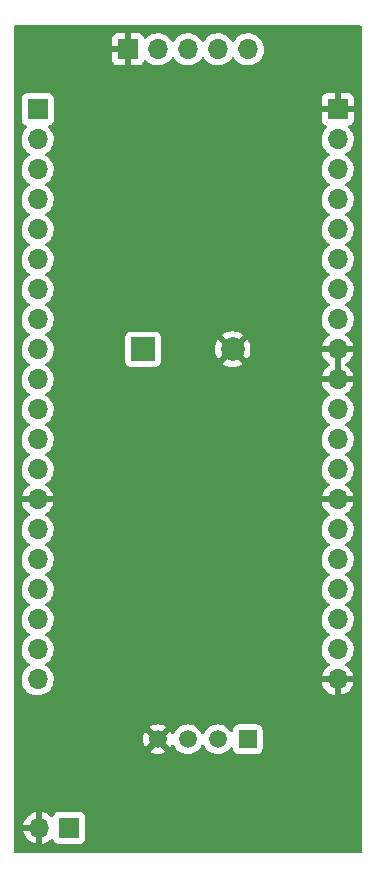
<source format=gbr>
%TF.GenerationSoftware,KiCad,Pcbnew,(6.0.4)*%
%TF.CreationDate,2022-08-23T00:57:11+02:00*%
%TF.ProjectId,MinimistCMZ,4d696e69-6d69-4737-9443-4d5a2e6b6963,rev?*%
%TF.SameCoordinates,Original*%
%TF.FileFunction,Copper,L2,Bot*%
%TF.FilePolarity,Positive*%
%FSLAX46Y46*%
G04 Gerber Fmt 4.6, Leading zero omitted, Abs format (unit mm)*
G04 Created by KiCad (PCBNEW (6.0.4)) date 2022-08-23 00:57:11*
%MOMM*%
%LPD*%
G01*
G04 APERTURE LIST*
%TA.AperFunction,ComponentPad*%
%ADD10R,1.500000X1.500000*%
%TD*%
%TA.AperFunction,ComponentPad*%
%ADD11C,1.500000*%
%TD*%
%TA.AperFunction,ComponentPad*%
%ADD12R,1.700000X1.700000*%
%TD*%
%TA.AperFunction,ComponentPad*%
%ADD13O,1.700000X1.700000*%
%TD*%
%TA.AperFunction,ComponentPad*%
%ADD14R,2.000000X2.000000*%
%TD*%
%TA.AperFunction,ComponentPad*%
%ADD15C,2.000000*%
%TD*%
%TA.AperFunction,ViaPad*%
%ADD16C,0.800000*%
%TD*%
G04 APERTURE END LIST*
D10*
%TO.P,U1,1,VCC*%
%TO.N,/3.3V*%
X149860000Y-129540000D03*
D11*
%TO.P,U1,2,IO*%
%TO.N,/DHT11_IN*%
X147320000Y-129540000D03*
%TO.P,U1,3,NC*%
%TO.N,unconnected-(U1-Pad3)*%
X144780000Y-129540000D03*
%TO.P,U1,4,GND*%
%TO.N,GND*%
X142240000Y-129540000D03*
%TD*%
D12*
%TO.P,J4,1,Pin_1*%
%TO.N,VCC*%
X134747000Y-137033000D03*
D13*
%TO.P,J4,2,Pin_2*%
%TO.N,GND*%
X132207000Y-137033000D03*
%TD*%
%TO.P,J3,20,Pin_20*%
%TO.N,GND*%
X157480000Y-124460000D03*
%TO.P,J3,19,Pin_19*%
%TO.N,unconnected-(J3-Pad19)*%
X157480000Y-121920000D03*
%TO.P,J3,18,Pin_18*%
%TO.N,unconnected-(J3-Pad18)*%
X157480000Y-119380000D03*
%TO.P,J3,17,Pin_17*%
%TO.N,unconnected-(J3-Pad17)*%
X157480000Y-116840000D03*
%TO.P,J3,16,Pin_16*%
%TO.N,unconnected-(J3-Pad16)*%
X157480000Y-114300000D03*
%TO.P,J3,15,Pin_15*%
%TO.N,unconnected-(J3-Pad15)*%
X157480000Y-111760000D03*
%TO.P,J3,14,Pin_14*%
%TO.N,GND*%
X157480000Y-109220000D03*
%TO.P,J3,13,Pin_13*%
%TO.N,unconnected-(J3-Pad13)*%
X157480000Y-106680000D03*
%TO.P,J3,12,Pin_12*%
%TO.N,unconnected-(J3-Pad12)*%
X157480000Y-104140000D03*
%TO.P,J3,11,Pin_11*%
%TO.N,unconnected-(J3-Pad11)*%
X157480000Y-101600000D03*
%TO.P,J3,10,Pin_10*%
%TO.N,GND*%
X157480000Y-99060000D03*
%TO.P,J3,9,Pin_9*%
X157480000Y-96520000D03*
%TO.P,J3,8,Pin_8*%
%TO.N,unconnected-(J3-Pad8)*%
X157480000Y-93980000D03*
%TO.P,J3,7,Pin_7*%
%TO.N,unconnected-(J3-Pad7)*%
X157480000Y-91440000D03*
%TO.P,J3,6,Pin_6*%
%TO.N,unconnected-(J3-Pad6)*%
X157480000Y-88900000D03*
%TO.P,J3,5,Pin_5*%
%TO.N,Net-(D2-Pad2)*%
X157480000Y-86360000D03*
%TO.P,J3,4,Pin_4*%
%TO.N,unconnected-(J3-Pad4)*%
X157480000Y-83820000D03*
%TO.P,J3,3,Pin_3*%
%TO.N,unconnected-(J3-Pad3)*%
X157480000Y-81280000D03*
%TO.P,J3,2,Pin_2*%
%TO.N,unconnected-(J3-Pad2)*%
X157480000Y-78740000D03*
D12*
%TO.P,J3,1,Pin_1*%
%TO.N,GND*%
X157480000Y-76200000D03*
%TD*%
D13*
%TO.P,J2,5,Pin_5*%
%TO.N,unconnected-(J2-Pad5)*%
X149890000Y-71120000D03*
%TO.P,J2,4,Pin_4*%
%TO.N,/Solar*%
X147350000Y-71120000D03*
%TO.P,J2,3,Pin_3*%
%TO.N,unconnected-(J2-Pad3)*%
X144810000Y-71120000D03*
%TO.P,J2,2,Pin_2*%
%TO.N,unconnected-(J2-Pad2)*%
X142270000Y-71120000D03*
D12*
%TO.P,J2,1,Pin_1*%
%TO.N,GND*%
X139730000Y-71120000D03*
%TD*%
%TO.P,J1,1,Pin_1*%
%TO.N,/3.3V*%
X132080000Y-76200000D03*
D13*
%TO.P,J1,2,Pin_2*%
%TO.N,unconnected-(J1-Pad2)*%
X132080000Y-78740000D03*
%TO.P,J1,3,Pin_3*%
%TO.N,unconnected-(J1-Pad3)*%
X132080000Y-81280000D03*
%TO.P,J1,4,Pin_4*%
%TO.N,unconnected-(J1-Pad4)*%
X132080000Y-83820000D03*
%TO.P,J1,5,Pin_5*%
%TO.N,unconnected-(J1-Pad5)*%
X132080000Y-86360000D03*
%TO.P,J1,6,Pin_6*%
%TO.N,unconnected-(J1-Pad6)*%
X132080000Y-88900000D03*
%TO.P,J1,7,Pin_7*%
%TO.N,Net-(D3-Pad1)*%
X132080000Y-91440000D03*
%TO.P,J1,8,Pin_8*%
%TO.N,/Battery*%
X132080000Y-93980000D03*
%TO.P,J1,9,Pin_9*%
%TO.N,unconnected-(J1-Pad9)*%
X132080000Y-96520000D03*
%TO.P,J1,10,Pin_10*%
%TO.N,unconnected-(J1-Pad10)*%
X132080000Y-99060000D03*
%TO.P,J1,11,Pin_11*%
%TO.N,unconnected-(J1-Pad11)*%
X132080000Y-101600000D03*
%TO.P,J1,12,Pin_12*%
%TO.N,/Buzzer*%
X132080000Y-104140000D03*
%TO.P,J1,13,Pin_13*%
%TO.N,Net-(J1-Pad13)*%
X132080000Y-106680000D03*
%TO.P,J1,14,Pin_14*%
%TO.N,GND*%
X132080000Y-109220000D03*
%TO.P,J1,15,Pin_15*%
%TO.N,/DHT11_IN*%
X132080000Y-111760000D03*
%TO.P,J1,16,Pin_16*%
%TO.N,unconnected-(J1-Pad16)*%
X132080000Y-114300000D03*
%TO.P,J1,17,Pin_17*%
%TO.N,unconnected-(J1-Pad17)*%
X132080000Y-116840000D03*
%TO.P,J1,18,Pin_18*%
%TO.N,unconnected-(J1-Pad18)*%
X132080000Y-119380000D03*
%TO.P,J1,19,Pin_19*%
%TO.N,VCC*%
X132080000Y-121920000D03*
%TO.P,J1,20,Pin_20*%
X132080000Y-124460000D03*
%TD*%
D14*
%TO.P,BZ1,1,-*%
%TO.N,/Buzzer*%
X140980000Y-96520000D03*
D15*
%TO.P,BZ1,2,+*%
%TO.N,GND*%
X148580000Y-96520000D03*
%TD*%
D16*
%TO.N,GND*%
X137160000Y-101092000D03*
%TD*%
%TA.AperFunction,Conductor*%
%TO.N,GND*%
G36*
X159453621Y-69108502D02*
G01*
X159500114Y-69162158D01*
X159511500Y-69214500D01*
X159511500Y-139065500D01*
X159491498Y-139133621D01*
X159437842Y-139180114D01*
X159385500Y-139191500D01*
X130174500Y-139191500D01*
X130106379Y-139171498D01*
X130059886Y-139117842D01*
X130048500Y-139065500D01*
X130048500Y-137300966D01*
X130875257Y-137300966D01*
X130905565Y-137435446D01*
X130908645Y-137445275D01*
X130988770Y-137642603D01*
X130993413Y-137651794D01*
X131104694Y-137833388D01*
X131110777Y-137841699D01*
X131250213Y-138002667D01*
X131257580Y-138009883D01*
X131421434Y-138145916D01*
X131429881Y-138151831D01*
X131613756Y-138259279D01*
X131623042Y-138263729D01*
X131822001Y-138339703D01*
X131831899Y-138342579D01*
X131935250Y-138363606D01*
X131949299Y-138362410D01*
X131953000Y-138352065D01*
X131953000Y-138351517D01*
X132461000Y-138351517D01*
X132465064Y-138365359D01*
X132478478Y-138367393D01*
X132485184Y-138366534D01*
X132495262Y-138364392D01*
X132699255Y-138303191D01*
X132708842Y-138299433D01*
X132900095Y-138205739D01*
X132908945Y-138200464D01*
X133082328Y-138076792D01*
X133090193Y-138070145D01*
X133194897Y-137965805D01*
X133257268Y-137931889D01*
X133328075Y-137937077D01*
X133384837Y-137979723D01*
X133401819Y-138010826D01*
X133446385Y-138129705D01*
X133533739Y-138246261D01*
X133650295Y-138333615D01*
X133786684Y-138384745D01*
X133848866Y-138391500D01*
X135645134Y-138391500D01*
X135707316Y-138384745D01*
X135843705Y-138333615D01*
X135960261Y-138246261D01*
X136047615Y-138129705D01*
X136098745Y-137993316D01*
X136105500Y-137931134D01*
X136105500Y-136134866D01*
X136098745Y-136072684D01*
X136047615Y-135936295D01*
X135960261Y-135819739D01*
X135843705Y-135732385D01*
X135707316Y-135681255D01*
X135645134Y-135674500D01*
X133848866Y-135674500D01*
X133786684Y-135681255D01*
X133650295Y-135732385D01*
X133533739Y-135819739D01*
X133446385Y-135936295D01*
X133443233Y-135944703D01*
X133443232Y-135944705D01*
X133401722Y-136055433D01*
X133359081Y-136112198D01*
X133292519Y-136136898D01*
X133223170Y-136121691D01*
X133190546Y-136096004D01*
X133139799Y-136040234D01*
X133132273Y-136033215D01*
X132965139Y-135901222D01*
X132956552Y-135895517D01*
X132770117Y-135792599D01*
X132760705Y-135788369D01*
X132559959Y-135717280D01*
X132549988Y-135714646D01*
X132478837Y-135701972D01*
X132465540Y-135703432D01*
X132461000Y-135717989D01*
X132461000Y-138351517D01*
X131953000Y-138351517D01*
X131953000Y-137305115D01*
X131948525Y-137289876D01*
X131947135Y-137288671D01*
X131939452Y-137287000D01*
X130890225Y-137287000D01*
X130876694Y-137290973D01*
X130875257Y-137300966D01*
X130048500Y-137300966D01*
X130048500Y-136767183D01*
X130871389Y-136767183D01*
X130872912Y-136775607D01*
X130885292Y-136779000D01*
X131934885Y-136779000D01*
X131950124Y-136774525D01*
X131951329Y-136773135D01*
X131953000Y-136765452D01*
X131953000Y-135716102D01*
X131949082Y-135702758D01*
X131934806Y-135700771D01*
X131896324Y-135706660D01*
X131886288Y-135709051D01*
X131683868Y-135775212D01*
X131674359Y-135779209D01*
X131485463Y-135877542D01*
X131476738Y-135883036D01*
X131306433Y-136010905D01*
X131298726Y-136017748D01*
X131151590Y-136171717D01*
X131145104Y-136179727D01*
X131025098Y-136355649D01*
X131020000Y-136364623D01*
X130930338Y-136557783D01*
X130926775Y-136567470D01*
X130871389Y-136767183D01*
X130048500Y-136767183D01*
X130048500Y-130590161D01*
X141554393Y-130590161D01*
X141563687Y-130602175D01*
X141604088Y-130630464D01*
X141613584Y-130635947D01*
X141803113Y-130724326D01*
X141813405Y-130728072D01*
X142015401Y-130782196D01*
X142026196Y-130784099D01*
X142234525Y-130802326D01*
X142245475Y-130802326D01*
X142453804Y-130784099D01*
X142464599Y-130782196D01*
X142666595Y-130728072D01*
X142676887Y-130724326D01*
X142866416Y-130635947D01*
X142875912Y-130630464D01*
X142917148Y-130601590D01*
X142925523Y-130591112D01*
X142918457Y-130577668D01*
X142252811Y-129912021D01*
X142238868Y-129904408D01*
X142237034Y-129904539D01*
X142230420Y-129908790D01*
X141560820Y-130578391D01*
X141554393Y-130590161D01*
X130048500Y-130590161D01*
X130048500Y-129545475D01*
X140977674Y-129545475D01*
X140995901Y-129753804D01*
X140997804Y-129764599D01*
X141051928Y-129966595D01*
X141055674Y-129976887D01*
X141144054Y-130166417D01*
X141149534Y-130175907D01*
X141178411Y-130217149D01*
X141188887Y-130225523D01*
X141202334Y-130218455D01*
X141867979Y-129552811D01*
X141874356Y-129541132D01*
X142604408Y-129541132D01*
X142604539Y-129542966D01*
X142608790Y-129549580D01*
X143278391Y-130219180D01*
X143290161Y-130225607D01*
X143302176Y-130216311D01*
X143330466Y-130175907D01*
X143335946Y-130166417D01*
X143395529Y-130038640D01*
X143442446Y-129985355D01*
X143510724Y-129965894D01*
X143578684Y-129986436D01*
X143623919Y-130038640D01*
X143683618Y-130166666D01*
X143683621Y-130166671D01*
X143685944Y-130171653D01*
X143689100Y-130176160D01*
X143689101Y-130176162D01*
X143800123Y-130334717D01*
X143812251Y-130352038D01*
X143967962Y-130507749D01*
X144148346Y-130634056D01*
X144347924Y-130727120D01*
X144560629Y-130784115D01*
X144780000Y-130803307D01*
X144999371Y-130784115D01*
X145212076Y-130727120D01*
X145411654Y-130634056D01*
X145592038Y-130507749D01*
X145747749Y-130352038D01*
X145759878Y-130334717D01*
X145870899Y-130176162D01*
X145870900Y-130176160D01*
X145874056Y-130171653D01*
X145876379Y-130166671D01*
X145876382Y-130166666D01*
X145935805Y-130039231D01*
X145982722Y-129985946D01*
X146050999Y-129966485D01*
X146118959Y-129987027D01*
X146164195Y-130039231D01*
X146223618Y-130166666D01*
X146223621Y-130166671D01*
X146225944Y-130171653D01*
X146229100Y-130176160D01*
X146229101Y-130176162D01*
X146340123Y-130334717D01*
X146352251Y-130352038D01*
X146507962Y-130507749D01*
X146688346Y-130634056D01*
X146887924Y-130727120D01*
X147100629Y-130784115D01*
X147320000Y-130803307D01*
X147539371Y-130784115D01*
X147752076Y-130727120D01*
X147951654Y-130634056D01*
X148132038Y-130507749D01*
X148287749Y-130352038D01*
X148299878Y-130334717D01*
X148372287Y-130231305D01*
X148427744Y-130186977D01*
X148498363Y-130179668D01*
X148561724Y-130211699D01*
X148597709Y-130272900D01*
X148601500Y-130303576D01*
X148601500Y-130338134D01*
X148608255Y-130400316D01*
X148659385Y-130536705D01*
X148746739Y-130653261D01*
X148863295Y-130740615D01*
X148999684Y-130791745D01*
X149061866Y-130798500D01*
X150658134Y-130798500D01*
X150720316Y-130791745D01*
X150856705Y-130740615D01*
X150973261Y-130653261D01*
X151060615Y-130536705D01*
X151111745Y-130400316D01*
X151118500Y-130338134D01*
X151118500Y-128741866D01*
X151111745Y-128679684D01*
X151060615Y-128543295D01*
X150973261Y-128426739D01*
X150856705Y-128339385D01*
X150720316Y-128288255D01*
X150658134Y-128281500D01*
X149061866Y-128281500D01*
X148999684Y-128288255D01*
X148863295Y-128339385D01*
X148746739Y-128426739D01*
X148659385Y-128543295D01*
X148608255Y-128679684D01*
X148601500Y-128741866D01*
X148601500Y-128776424D01*
X148581498Y-128844545D01*
X148527842Y-128891038D01*
X148457568Y-128901142D01*
X148392988Y-128871648D01*
X148372287Y-128848695D01*
X148290908Y-128732473D01*
X148290906Y-128732470D01*
X148287749Y-128727962D01*
X148132038Y-128572251D01*
X147951654Y-128445944D01*
X147752076Y-128352880D01*
X147539371Y-128295885D01*
X147320000Y-128276693D01*
X147100629Y-128295885D01*
X146887924Y-128352880D01*
X146794562Y-128396415D01*
X146693334Y-128443618D01*
X146693329Y-128443621D01*
X146688347Y-128445944D01*
X146683840Y-128449100D01*
X146683838Y-128449101D01*
X146512473Y-128569092D01*
X146512470Y-128569094D01*
X146507962Y-128572251D01*
X146352251Y-128727962D01*
X146349094Y-128732470D01*
X146349092Y-128732473D01*
X146257214Y-128863689D01*
X146225944Y-128908347D01*
X146223621Y-128913329D01*
X146223618Y-128913334D01*
X146164195Y-129040769D01*
X146117278Y-129094054D01*
X146049001Y-129113515D01*
X145981041Y-129092973D01*
X145935805Y-129040769D01*
X145876382Y-128913334D01*
X145876379Y-128913329D01*
X145874056Y-128908347D01*
X145842786Y-128863689D01*
X145750908Y-128732473D01*
X145750906Y-128732470D01*
X145747749Y-128727962D01*
X145592038Y-128572251D01*
X145411654Y-128445944D01*
X145212076Y-128352880D01*
X144999371Y-128295885D01*
X144780000Y-128276693D01*
X144560629Y-128295885D01*
X144347924Y-128352880D01*
X144254562Y-128396415D01*
X144153334Y-128443618D01*
X144153329Y-128443621D01*
X144148347Y-128445944D01*
X144143840Y-128449100D01*
X144143838Y-128449101D01*
X143972473Y-128569092D01*
X143972470Y-128569094D01*
X143967962Y-128572251D01*
X143812251Y-128727962D01*
X143809094Y-128732470D01*
X143809092Y-128732473D01*
X143717214Y-128863689D01*
X143685944Y-128908347D01*
X143683621Y-128913329D01*
X143683618Y-128913334D01*
X143623919Y-129041360D01*
X143577002Y-129094645D01*
X143508724Y-129114106D01*
X143440764Y-129093564D01*
X143395529Y-129041360D01*
X143335946Y-128913583D01*
X143330466Y-128904093D01*
X143301589Y-128862851D01*
X143291113Y-128854477D01*
X143277666Y-128861545D01*
X142612021Y-129527189D01*
X142604408Y-129541132D01*
X141874356Y-129541132D01*
X141875592Y-129538868D01*
X141875461Y-129537034D01*
X141871210Y-129530420D01*
X141201609Y-128860820D01*
X141189839Y-128854393D01*
X141177824Y-128863689D01*
X141149534Y-128904093D01*
X141144054Y-128913583D01*
X141055674Y-129103113D01*
X141051928Y-129113405D01*
X140997804Y-129315401D01*
X140995901Y-129326196D01*
X140977674Y-129534525D01*
X140977674Y-129545475D01*
X130048500Y-129545475D01*
X130048500Y-128488887D01*
X141554477Y-128488887D01*
X141561545Y-128502334D01*
X142227189Y-129167979D01*
X142241132Y-129175592D01*
X142242966Y-129175461D01*
X142249580Y-129171210D01*
X142919180Y-128501609D01*
X142925607Y-128489839D01*
X142916313Y-128477825D01*
X142875912Y-128449536D01*
X142866416Y-128444053D01*
X142676887Y-128355674D01*
X142666595Y-128351928D01*
X142464599Y-128297804D01*
X142453804Y-128295901D01*
X142245475Y-128277674D01*
X142234525Y-128277674D01*
X142026196Y-128295901D01*
X142015401Y-128297804D01*
X141813405Y-128351928D01*
X141803113Y-128355674D01*
X141613583Y-128444054D01*
X141604093Y-128449534D01*
X141562851Y-128478411D01*
X141554477Y-128488887D01*
X130048500Y-128488887D01*
X130048500Y-124426695D01*
X130717251Y-124426695D01*
X130717548Y-124431848D01*
X130717548Y-124431851D01*
X130723011Y-124526590D01*
X130730110Y-124649715D01*
X130731247Y-124654761D01*
X130731248Y-124654767D01*
X130745449Y-124717778D01*
X130779222Y-124867639D01*
X130863266Y-125074616D01*
X130979987Y-125265088D01*
X131126250Y-125433938D01*
X131298126Y-125576632D01*
X131491000Y-125689338D01*
X131699692Y-125769030D01*
X131704760Y-125770061D01*
X131704763Y-125770062D01*
X131799862Y-125789410D01*
X131918597Y-125813567D01*
X131923772Y-125813757D01*
X131923774Y-125813757D01*
X132136673Y-125821564D01*
X132136677Y-125821564D01*
X132141837Y-125821753D01*
X132146957Y-125821097D01*
X132146959Y-125821097D01*
X132358288Y-125794025D01*
X132358289Y-125794025D01*
X132363416Y-125793368D01*
X132368366Y-125791883D01*
X132572429Y-125730661D01*
X132572434Y-125730659D01*
X132577384Y-125729174D01*
X132777994Y-125630896D01*
X132959860Y-125501173D01*
X133118096Y-125343489D01*
X133177594Y-125260689D01*
X133245435Y-125166277D01*
X133248453Y-125162077D01*
X133347430Y-124961811D01*
X133412370Y-124748069D01*
X133415017Y-124727966D01*
X156148257Y-124727966D01*
X156178565Y-124862446D01*
X156181645Y-124872275D01*
X156261770Y-125069603D01*
X156266413Y-125078794D01*
X156377694Y-125260388D01*
X156383777Y-125268699D01*
X156523213Y-125429667D01*
X156530580Y-125436883D01*
X156694434Y-125572916D01*
X156702881Y-125578831D01*
X156886756Y-125686279D01*
X156896042Y-125690729D01*
X157095001Y-125766703D01*
X157104899Y-125769579D01*
X157208250Y-125790606D01*
X157222299Y-125789410D01*
X157226000Y-125779065D01*
X157226000Y-125778517D01*
X157734000Y-125778517D01*
X157738064Y-125792359D01*
X157751478Y-125794393D01*
X157758184Y-125793534D01*
X157768262Y-125791392D01*
X157972255Y-125730191D01*
X157981842Y-125726433D01*
X158173095Y-125632739D01*
X158181945Y-125627464D01*
X158355328Y-125503792D01*
X158363200Y-125497139D01*
X158514052Y-125346812D01*
X158520730Y-125338965D01*
X158645003Y-125166020D01*
X158650313Y-125157183D01*
X158744670Y-124966267D01*
X158748469Y-124956672D01*
X158810377Y-124752910D01*
X158812555Y-124742837D01*
X158813986Y-124731962D01*
X158811775Y-124717778D01*
X158798617Y-124714000D01*
X157752115Y-124714000D01*
X157736876Y-124718475D01*
X157735671Y-124719865D01*
X157734000Y-124727548D01*
X157734000Y-125778517D01*
X157226000Y-125778517D01*
X157226000Y-124732115D01*
X157221525Y-124716876D01*
X157220135Y-124715671D01*
X157212452Y-124714000D01*
X156163225Y-124714000D01*
X156149694Y-124717973D01*
X156148257Y-124727966D01*
X133415017Y-124727966D01*
X133441529Y-124526590D01*
X133443156Y-124460000D01*
X133424852Y-124237361D01*
X133370431Y-124020702D01*
X133281354Y-123815840D01*
X133160014Y-123628277D01*
X133009670Y-123463051D01*
X133005619Y-123459852D01*
X133005615Y-123459848D01*
X132838414Y-123327800D01*
X132838410Y-123327798D01*
X132834359Y-123324598D01*
X132793053Y-123301796D01*
X132743084Y-123251364D01*
X132728312Y-123181921D01*
X132753428Y-123115516D01*
X132780780Y-123088909D01*
X132824603Y-123057650D01*
X132959860Y-122961173D01*
X133118096Y-122803489D01*
X133177594Y-122720689D01*
X133245435Y-122626277D01*
X133248453Y-122622077D01*
X133347430Y-122421811D01*
X133412370Y-122208069D01*
X133441529Y-121986590D01*
X133443156Y-121920000D01*
X133440418Y-121886695D01*
X156117251Y-121886695D01*
X156117548Y-121891848D01*
X156117548Y-121891851D01*
X156123011Y-121986590D01*
X156130110Y-122109715D01*
X156131247Y-122114761D01*
X156131248Y-122114767D01*
X156151119Y-122202939D01*
X156179222Y-122327639D01*
X156263266Y-122534616D01*
X156379987Y-122725088D01*
X156526250Y-122893938D01*
X156698126Y-123036632D01*
X156771445Y-123079476D01*
X156771955Y-123079774D01*
X156820679Y-123131412D01*
X156833750Y-123201195D01*
X156807019Y-123266967D01*
X156766562Y-123300327D01*
X156758457Y-123304546D01*
X156749738Y-123310036D01*
X156579433Y-123437905D01*
X156571726Y-123444748D01*
X156424590Y-123598717D01*
X156418104Y-123606727D01*
X156298098Y-123782649D01*
X156293000Y-123791623D01*
X156203338Y-123984783D01*
X156199775Y-123994470D01*
X156144389Y-124194183D01*
X156145912Y-124202607D01*
X156158292Y-124206000D01*
X158798344Y-124206000D01*
X158811875Y-124202027D01*
X158813180Y-124192947D01*
X158771214Y-124025875D01*
X158767894Y-124016124D01*
X158682972Y-123820814D01*
X158678105Y-123811739D01*
X158562426Y-123632926D01*
X158556136Y-123624757D01*
X158412806Y-123467240D01*
X158405273Y-123460215D01*
X158238139Y-123328222D01*
X158229556Y-123322520D01*
X158192602Y-123302120D01*
X158142631Y-123251687D01*
X158127859Y-123182245D01*
X158152975Y-123115839D01*
X158180327Y-123089232D01*
X158203797Y-123072491D01*
X158359860Y-122961173D01*
X158518096Y-122803489D01*
X158577594Y-122720689D01*
X158645435Y-122626277D01*
X158648453Y-122622077D01*
X158747430Y-122421811D01*
X158812370Y-122208069D01*
X158841529Y-121986590D01*
X158843156Y-121920000D01*
X158824852Y-121697361D01*
X158770431Y-121480702D01*
X158681354Y-121275840D01*
X158560014Y-121088277D01*
X158409670Y-120923051D01*
X158405619Y-120919852D01*
X158405615Y-120919848D01*
X158238414Y-120787800D01*
X158238410Y-120787798D01*
X158234359Y-120784598D01*
X158193053Y-120761796D01*
X158143084Y-120711364D01*
X158128312Y-120641921D01*
X158153428Y-120575516D01*
X158180780Y-120548909D01*
X158224603Y-120517650D01*
X158359860Y-120421173D01*
X158518096Y-120263489D01*
X158577594Y-120180689D01*
X158645435Y-120086277D01*
X158648453Y-120082077D01*
X158747430Y-119881811D01*
X158812370Y-119668069D01*
X158841529Y-119446590D01*
X158843156Y-119380000D01*
X158824852Y-119157361D01*
X158770431Y-118940702D01*
X158681354Y-118735840D01*
X158560014Y-118548277D01*
X158409670Y-118383051D01*
X158405619Y-118379852D01*
X158405615Y-118379848D01*
X158238414Y-118247800D01*
X158238410Y-118247798D01*
X158234359Y-118244598D01*
X158193053Y-118221796D01*
X158143084Y-118171364D01*
X158128312Y-118101921D01*
X158153428Y-118035516D01*
X158180780Y-118008909D01*
X158224603Y-117977650D01*
X158359860Y-117881173D01*
X158518096Y-117723489D01*
X158577594Y-117640689D01*
X158645435Y-117546277D01*
X158648453Y-117542077D01*
X158747430Y-117341811D01*
X158812370Y-117128069D01*
X158841529Y-116906590D01*
X158843156Y-116840000D01*
X158824852Y-116617361D01*
X158770431Y-116400702D01*
X158681354Y-116195840D01*
X158560014Y-116008277D01*
X158409670Y-115843051D01*
X158405619Y-115839852D01*
X158405615Y-115839848D01*
X158238414Y-115707800D01*
X158238410Y-115707798D01*
X158234359Y-115704598D01*
X158193053Y-115681796D01*
X158143084Y-115631364D01*
X158128312Y-115561921D01*
X158153428Y-115495516D01*
X158180780Y-115468909D01*
X158224603Y-115437650D01*
X158359860Y-115341173D01*
X158518096Y-115183489D01*
X158577594Y-115100689D01*
X158645435Y-115006277D01*
X158648453Y-115002077D01*
X158747430Y-114801811D01*
X158812370Y-114588069D01*
X158841529Y-114366590D01*
X158843156Y-114300000D01*
X158824852Y-114077361D01*
X158770431Y-113860702D01*
X158681354Y-113655840D01*
X158560014Y-113468277D01*
X158409670Y-113303051D01*
X158405619Y-113299852D01*
X158405615Y-113299848D01*
X158238414Y-113167800D01*
X158238410Y-113167798D01*
X158234359Y-113164598D01*
X158193053Y-113141796D01*
X158143084Y-113091364D01*
X158128312Y-113021921D01*
X158153428Y-112955516D01*
X158180780Y-112928909D01*
X158224603Y-112897650D01*
X158359860Y-112801173D01*
X158518096Y-112643489D01*
X158577594Y-112560689D01*
X158645435Y-112466277D01*
X158648453Y-112462077D01*
X158747430Y-112261811D01*
X158812370Y-112048069D01*
X158841529Y-111826590D01*
X158843156Y-111760000D01*
X158824852Y-111537361D01*
X158770431Y-111320702D01*
X158681354Y-111115840D01*
X158560014Y-110928277D01*
X158409670Y-110763051D01*
X158405619Y-110759852D01*
X158405615Y-110759848D01*
X158238414Y-110627800D01*
X158238410Y-110627798D01*
X158234359Y-110624598D01*
X158192569Y-110601529D01*
X158142598Y-110551097D01*
X158127826Y-110481654D01*
X158152942Y-110415248D01*
X158180294Y-110388641D01*
X158355328Y-110263792D01*
X158363200Y-110257139D01*
X158514052Y-110106812D01*
X158520730Y-110098965D01*
X158645003Y-109926020D01*
X158650313Y-109917183D01*
X158744670Y-109726267D01*
X158748469Y-109716672D01*
X158810377Y-109512910D01*
X158812555Y-109502837D01*
X158813986Y-109491962D01*
X158811775Y-109477778D01*
X158798617Y-109474000D01*
X156163225Y-109474000D01*
X156149694Y-109477973D01*
X156148257Y-109487966D01*
X156178565Y-109622446D01*
X156181645Y-109632275D01*
X156261770Y-109829603D01*
X156266413Y-109838794D01*
X156377694Y-110020388D01*
X156383777Y-110028699D01*
X156523213Y-110189667D01*
X156530580Y-110196883D01*
X156694434Y-110332916D01*
X156702881Y-110338831D01*
X156771969Y-110379203D01*
X156820693Y-110430842D01*
X156833764Y-110500625D01*
X156807033Y-110566396D01*
X156766584Y-110599752D01*
X156753607Y-110606507D01*
X156749474Y-110609610D01*
X156749471Y-110609612D01*
X156725247Y-110627800D01*
X156574965Y-110740635D01*
X156420629Y-110902138D01*
X156294743Y-111086680D01*
X156200688Y-111289305D01*
X156140989Y-111504570D01*
X156117251Y-111726695D01*
X156117548Y-111731848D01*
X156117548Y-111731851D01*
X156123011Y-111826590D01*
X156130110Y-111949715D01*
X156131247Y-111954761D01*
X156131248Y-111954767D01*
X156151119Y-112042939D01*
X156179222Y-112167639D01*
X156263266Y-112374616D01*
X156379987Y-112565088D01*
X156526250Y-112733938D01*
X156698126Y-112876632D01*
X156768595Y-112917811D01*
X156771445Y-112919476D01*
X156820169Y-112971114D01*
X156833240Y-113040897D01*
X156806509Y-113106669D01*
X156766055Y-113140027D01*
X156753607Y-113146507D01*
X156749474Y-113149610D01*
X156749471Y-113149612D01*
X156725247Y-113167800D01*
X156574965Y-113280635D01*
X156420629Y-113442138D01*
X156294743Y-113626680D01*
X156200688Y-113829305D01*
X156140989Y-114044570D01*
X156117251Y-114266695D01*
X156117548Y-114271848D01*
X156117548Y-114271851D01*
X156123011Y-114366590D01*
X156130110Y-114489715D01*
X156131247Y-114494761D01*
X156131248Y-114494767D01*
X156151119Y-114582939D01*
X156179222Y-114707639D01*
X156263266Y-114914616D01*
X156379987Y-115105088D01*
X156526250Y-115273938D01*
X156698126Y-115416632D01*
X156768595Y-115457811D01*
X156771445Y-115459476D01*
X156820169Y-115511114D01*
X156833240Y-115580897D01*
X156806509Y-115646669D01*
X156766055Y-115680027D01*
X156753607Y-115686507D01*
X156749474Y-115689610D01*
X156749471Y-115689612D01*
X156725247Y-115707800D01*
X156574965Y-115820635D01*
X156420629Y-115982138D01*
X156294743Y-116166680D01*
X156200688Y-116369305D01*
X156140989Y-116584570D01*
X156117251Y-116806695D01*
X156117548Y-116811848D01*
X156117548Y-116811851D01*
X156123011Y-116906590D01*
X156130110Y-117029715D01*
X156131247Y-117034761D01*
X156131248Y-117034767D01*
X156151119Y-117122939D01*
X156179222Y-117247639D01*
X156263266Y-117454616D01*
X156379987Y-117645088D01*
X156526250Y-117813938D01*
X156698126Y-117956632D01*
X156768595Y-117997811D01*
X156771445Y-117999476D01*
X156820169Y-118051114D01*
X156833240Y-118120897D01*
X156806509Y-118186669D01*
X156766055Y-118220027D01*
X156753607Y-118226507D01*
X156749474Y-118229610D01*
X156749471Y-118229612D01*
X156725247Y-118247800D01*
X156574965Y-118360635D01*
X156420629Y-118522138D01*
X156294743Y-118706680D01*
X156200688Y-118909305D01*
X156140989Y-119124570D01*
X156117251Y-119346695D01*
X156117548Y-119351848D01*
X156117548Y-119351851D01*
X156123011Y-119446590D01*
X156130110Y-119569715D01*
X156131247Y-119574761D01*
X156131248Y-119574767D01*
X156151119Y-119662939D01*
X156179222Y-119787639D01*
X156263266Y-119994616D01*
X156379987Y-120185088D01*
X156526250Y-120353938D01*
X156698126Y-120496632D01*
X156768595Y-120537811D01*
X156771445Y-120539476D01*
X156820169Y-120591114D01*
X156833240Y-120660897D01*
X156806509Y-120726669D01*
X156766055Y-120760027D01*
X156753607Y-120766507D01*
X156749474Y-120769610D01*
X156749471Y-120769612D01*
X156725247Y-120787800D01*
X156574965Y-120900635D01*
X156420629Y-121062138D01*
X156294743Y-121246680D01*
X156200688Y-121449305D01*
X156140989Y-121664570D01*
X156117251Y-121886695D01*
X133440418Y-121886695D01*
X133424852Y-121697361D01*
X133370431Y-121480702D01*
X133281354Y-121275840D01*
X133160014Y-121088277D01*
X133009670Y-120923051D01*
X133005619Y-120919852D01*
X133005615Y-120919848D01*
X132838414Y-120787800D01*
X132838410Y-120787798D01*
X132834359Y-120784598D01*
X132793053Y-120761796D01*
X132743084Y-120711364D01*
X132728312Y-120641921D01*
X132753428Y-120575516D01*
X132780780Y-120548909D01*
X132824603Y-120517650D01*
X132959860Y-120421173D01*
X133118096Y-120263489D01*
X133177594Y-120180689D01*
X133245435Y-120086277D01*
X133248453Y-120082077D01*
X133347430Y-119881811D01*
X133412370Y-119668069D01*
X133441529Y-119446590D01*
X133443156Y-119380000D01*
X133424852Y-119157361D01*
X133370431Y-118940702D01*
X133281354Y-118735840D01*
X133160014Y-118548277D01*
X133009670Y-118383051D01*
X133005619Y-118379852D01*
X133005615Y-118379848D01*
X132838414Y-118247800D01*
X132838410Y-118247798D01*
X132834359Y-118244598D01*
X132793053Y-118221796D01*
X132743084Y-118171364D01*
X132728312Y-118101921D01*
X132753428Y-118035516D01*
X132780780Y-118008909D01*
X132824603Y-117977650D01*
X132959860Y-117881173D01*
X133118096Y-117723489D01*
X133177594Y-117640689D01*
X133245435Y-117546277D01*
X133248453Y-117542077D01*
X133347430Y-117341811D01*
X133412370Y-117128069D01*
X133441529Y-116906590D01*
X133443156Y-116840000D01*
X133424852Y-116617361D01*
X133370431Y-116400702D01*
X133281354Y-116195840D01*
X133160014Y-116008277D01*
X133009670Y-115843051D01*
X133005619Y-115839852D01*
X133005615Y-115839848D01*
X132838414Y-115707800D01*
X132838410Y-115707798D01*
X132834359Y-115704598D01*
X132793053Y-115681796D01*
X132743084Y-115631364D01*
X132728312Y-115561921D01*
X132753428Y-115495516D01*
X132780780Y-115468909D01*
X132824603Y-115437650D01*
X132959860Y-115341173D01*
X133118096Y-115183489D01*
X133177594Y-115100689D01*
X133245435Y-115006277D01*
X133248453Y-115002077D01*
X133347430Y-114801811D01*
X133412370Y-114588069D01*
X133441529Y-114366590D01*
X133443156Y-114300000D01*
X133424852Y-114077361D01*
X133370431Y-113860702D01*
X133281354Y-113655840D01*
X133160014Y-113468277D01*
X133009670Y-113303051D01*
X133005619Y-113299852D01*
X133005615Y-113299848D01*
X132838414Y-113167800D01*
X132838410Y-113167798D01*
X132834359Y-113164598D01*
X132793053Y-113141796D01*
X132743084Y-113091364D01*
X132728312Y-113021921D01*
X132753428Y-112955516D01*
X132780780Y-112928909D01*
X132824603Y-112897650D01*
X132959860Y-112801173D01*
X133118096Y-112643489D01*
X133177594Y-112560689D01*
X133245435Y-112466277D01*
X133248453Y-112462077D01*
X133347430Y-112261811D01*
X133412370Y-112048069D01*
X133441529Y-111826590D01*
X133443156Y-111760000D01*
X133424852Y-111537361D01*
X133370431Y-111320702D01*
X133281354Y-111115840D01*
X133160014Y-110928277D01*
X133009670Y-110763051D01*
X133005619Y-110759852D01*
X133005615Y-110759848D01*
X132838414Y-110627800D01*
X132838410Y-110627798D01*
X132834359Y-110624598D01*
X132792569Y-110601529D01*
X132742598Y-110551097D01*
X132727826Y-110481654D01*
X132752942Y-110415248D01*
X132780294Y-110388641D01*
X132955328Y-110263792D01*
X132963200Y-110257139D01*
X133114052Y-110106812D01*
X133120730Y-110098965D01*
X133245003Y-109926020D01*
X133250313Y-109917183D01*
X133344670Y-109726267D01*
X133348469Y-109716672D01*
X133410377Y-109512910D01*
X133412555Y-109502837D01*
X133413986Y-109491962D01*
X133411775Y-109477778D01*
X133398617Y-109474000D01*
X130763225Y-109474000D01*
X130749694Y-109477973D01*
X130748257Y-109487966D01*
X130778565Y-109622446D01*
X130781645Y-109632275D01*
X130861770Y-109829603D01*
X130866413Y-109838794D01*
X130977694Y-110020388D01*
X130983777Y-110028699D01*
X131123213Y-110189667D01*
X131130580Y-110196883D01*
X131294434Y-110332916D01*
X131302881Y-110338831D01*
X131371969Y-110379203D01*
X131420693Y-110430842D01*
X131433764Y-110500625D01*
X131407033Y-110566396D01*
X131366584Y-110599752D01*
X131353607Y-110606507D01*
X131349474Y-110609610D01*
X131349471Y-110609612D01*
X131325247Y-110627800D01*
X131174965Y-110740635D01*
X131020629Y-110902138D01*
X130894743Y-111086680D01*
X130800688Y-111289305D01*
X130740989Y-111504570D01*
X130717251Y-111726695D01*
X130717548Y-111731848D01*
X130717548Y-111731851D01*
X130723011Y-111826590D01*
X130730110Y-111949715D01*
X130731247Y-111954761D01*
X130731248Y-111954767D01*
X130751119Y-112042939D01*
X130779222Y-112167639D01*
X130863266Y-112374616D01*
X130979987Y-112565088D01*
X131126250Y-112733938D01*
X131298126Y-112876632D01*
X131368595Y-112917811D01*
X131371445Y-112919476D01*
X131420169Y-112971114D01*
X131433240Y-113040897D01*
X131406509Y-113106669D01*
X131366055Y-113140027D01*
X131353607Y-113146507D01*
X131349474Y-113149610D01*
X131349471Y-113149612D01*
X131325247Y-113167800D01*
X131174965Y-113280635D01*
X131020629Y-113442138D01*
X130894743Y-113626680D01*
X130800688Y-113829305D01*
X130740989Y-114044570D01*
X130717251Y-114266695D01*
X130717548Y-114271848D01*
X130717548Y-114271851D01*
X130723011Y-114366590D01*
X130730110Y-114489715D01*
X130731247Y-114494761D01*
X130731248Y-114494767D01*
X130751119Y-114582939D01*
X130779222Y-114707639D01*
X130863266Y-114914616D01*
X130979987Y-115105088D01*
X131126250Y-115273938D01*
X131298126Y-115416632D01*
X131368595Y-115457811D01*
X131371445Y-115459476D01*
X131420169Y-115511114D01*
X131433240Y-115580897D01*
X131406509Y-115646669D01*
X131366055Y-115680027D01*
X131353607Y-115686507D01*
X131349474Y-115689610D01*
X131349471Y-115689612D01*
X131325247Y-115707800D01*
X131174965Y-115820635D01*
X131020629Y-115982138D01*
X130894743Y-116166680D01*
X130800688Y-116369305D01*
X130740989Y-116584570D01*
X130717251Y-116806695D01*
X130717548Y-116811848D01*
X130717548Y-116811851D01*
X130723011Y-116906590D01*
X130730110Y-117029715D01*
X130731247Y-117034761D01*
X130731248Y-117034767D01*
X130751119Y-117122939D01*
X130779222Y-117247639D01*
X130863266Y-117454616D01*
X130979987Y-117645088D01*
X131126250Y-117813938D01*
X131298126Y-117956632D01*
X131368595Y-117997811D01*
X131371445Y-117999476D01*
X131420169Y-118051114D01*
X131433240Y-118120897D01*
X131406509Y-118186669D01*
X131366055Y-118220027D01*
X131353607Y-118226507D01*
X131349474Y-118229610D01*
X131349471Y-118229612D01*
X131325247Y-118247800D01*
X131174965Y-118360635D01*
X131020629Y-118522138D01*
X130894743Y-118706680D01*
X130800688Y-118909305D01*
X130740989Y-119124570D01*
X130717251Y-119346695D01*
X130717548Y-119351848D01*
X130717548Y-119351851D01*
X130723011Y-119446590D01*
X130730110Y-119569715D01*
X130731247Y-119574761D01*
X130731248Y-119574767D01*
X130751119Y-119662939D01*
X130779222Y-119787639D01*
X130863266Y-119994616D01*
X130979987Y-120185088D01*
X131126250Y-120353938D01*
X131298126Y-120496632D01*
X131368595Y-120537811D01*
X131371445Y-120539476D01*
X131420169Y-120591114D01*
X131433240Y-120660897D01*
X131406509Y-120726669D01*
X131366055Y-120760027D01*
X131353607Y-120766507D01*
X131349474Y-120769610D01*
X131349471Y-120769612D01*
X131325247Y-120787800D01*
X131174965Y-120900635D01*
X131020629Y-121062138D01*
X130894743Y-121246680D01*
X130800688Y-121449305D01*
X130740989Y-121664570D01*
X130717251Y-121886695D01*
X130717548Y-121891848D01*
X130717548Y-121891851D01*
X130723011Y-121986590D01*
X130730110Y-122109715D01*
X130731247Y-122114761D01*
X130731248Y-122114767D01*
X130751119Y-122202939D01*
X130779222Y-122327639D01*
X130863266Y-122534616D01*
X130979987Y-122725088D01*
X131126250Y-122893938D01*
X131298126Y-123036632D01*
X131368595Y-123077811D01*
X131371445Y-123079476D01*
X131420169Y-123131114D01*
X131433240Y-123200897D01*
X131406509Y-123266669D01*
X131366055Y-123300027D01*
X131353607Y-123306507D01*
X131349474Y-123309610D01*
X131349471Y-123309612D01*
X131325247Y-123327800D01*
X131174965Y-123440635D01*
X131020629Y-123602138D01*
X131017715Y-123606410D01*
X131017714Y-123606411D01*
X131005404Y-123624457D01*
X130894743Y-123786680D01*
X130800688Y-123989305D01*
X130740989Y-124204570D01*
X130717251Y-124426695D01*
X130048500Y-124426695D01*
X130048500Y-106646695D01*
X130717251Y-106646695D01*
X130717548Y-106651848D01*
X130717548Y-106651851D01*
X130723011Y-106746590D01*
X130730110Y-106869715D01*
X130731247Y-106874761D01*
X130731248Y-106874767D01*
X130751119Y-106962939D01*
X130779222Y-107087639D01*
X130863266Y-107294616D01*
X130979987Y-107485088D01*
X131126250Y-107653938D01*
X131298126Y-107796632D01*
X131371955Y-107839774D01*
X131420679Y-107891412D01*
X131433750Y-107961195D01*
X131407019Y-108026967D01*
X131366562Y-108060327D01*
X131358457Y-108064546D01*
X131349738Y-108070036D01*
X131179433Y-108197905D01*
X131171726Y-108204748D01*
X131024590Y-108358717D01*
X131018104Y-108366727D01*
X130898098Y-108542649D01*
X130893000Y-108551623D01*
X130803338Y-108744783D01*
X130799775Y-108754470D01*
X130744389Y-108954183D01*
X130745912Y-108962607D01*
X130758292Y-108966000D01*
X133398344Y-108966000D01*
X133411875Y-108962027D01*
X133413180Y-108952947D01*
X133371214Y-108785875D01*
X133367894Y-108776124D01*
X133282972Y-108580814D01*
X133278105Y-108571739D01*
X133162426Y-108392926D01*
X133156136Y-108384757D01*
X133012806Y-108227240D01*
X133005273Y-108220215D01*
X132838139Y-108088222D01*
X132829556Y-108082520D01*
X132792602Y-108062120D01*
X132742631Y-108011687D01*
X132727859Y-107942245D01*
X132752975Y-107875839D01*
X132780327Y-107849232D01*
X132803797Y-107832491D01*
X132959860Y-107721173D01*
X133118096Y-107563489D01*
X133177594Y-107480689D01*
X133245435Y-107386277D01*
X133248453Y-107382077D01*
X133347430Y-107181811D01*
X133412370Y-106968069D01*
X133441529Y-106746590D01*
X133443156Y-106680000D01*
X133440418Y-106646695D01*
X156117251Y-106646695D01*
X156117548Y-106651848D01*
X156117548Y-106651851D01*
X156123011Y-106746590D01*
X156130110Y-106869715D01*
X156131247Y-106874761D01*
X156131248Y-106874767D01*
X156151119Y-106962939D01*
X156179222Y-107087639D01*
X156263266Y-107294616D01*
X156379987Y-107485088D01*
X156526250Y-107653938D01*
X156698126Y-107796632D01*
X156771955Y-107839774D01*
X156820679Y-107891412D01*
X156833750Y-107961195D01*
X156807019Y-108026967D01*
X156766562Y-108060327D01*
X156758457Y-108064546D01*
X156749738Y-108070036D01*
X156579433Y-108197905D01*
X156571726Y-108204748D01*
X156424590Y-108358717D01*
X156418104Y-108366727D01*
X156298098Y-108542649D01*
X156293000Y-108551623D01*
X156203338Y-108744783D01*
X156199775Y-108754470D01*
X156144389Y-108954183D01*
X156145912Y-108962607D01*
X156158292Y-108966000D01*
X158798344Y-108966000D01*
X158811875Y-108962027D01*
X158813180Y-108952947D01*
X158771214Y-108785875D01*
X158767894Y-108776124D01*
X158682972Y-108580814D01*
X158678105Y-108571739D01*
X158562426Y-108392926D01*
X158556136Y-108384757D01*
X158412806Y-108227240D01*
X158405273Y-108220215D01*
X158238139Y-108088222D01*
X158229556Y-108082520D01*
X158192602Y-108062120D01*
X158142631Y-108011687D01*
X158127859Y-107942245D01*
X158152975Y-107875839D01*
X158180327Y-107849232D01*
X158203797Y-107832491D01*
X158359860Y-107721173D01*
X158518096Y-107563489D01*
X158577594Y-107480689D01*
X158645435Y-107386277D01*
X158648453Y-107382077D01*
X158747430Y-107181811D01*
X158812370Y-106968069D01*
X158841529Y-106746590D01*
X158843156Y-106680000D01*
X158824852Y-106457361D01*
X158770431Y-106240702D01*
X158681354Y-106035840D01*
X158560014Y-105848277D01*
X158409670Y-105683051D01*
X158405619Y-105679852D01*
X158405615Y-105679848D01*
X158238414Y-105547800D01*
X158238410Y-105547798D01*
X158234359Y-105544598D01*
X158193053Y-105521796D01*
X158143084Y-105471364D01*
X158128312Y-105401921D01*
X158153428Y-105335516D01*
X158180780Y-105308909D01*
X158224603Y-105277650D01*
X158359860Y-105181173D01*
X158518096Y-105023489D01*
X158577594Y-104940689D01*
X158645435Y-104846277D01*
X158648453Y-104842077D01*
X158747430Y-104641811D01*
X158812370Y-104428069D01*
X158841529Y-104206590D01*
X158843156Y-104140000D01*
X158824852Y-103917361D01*
X158770431Y-103700702D01*
X158681354Y-103495840D01*
X158560014Y-103308277D01*
X158409670Y-103143051D01*
X158405619Y-103139852D01*
X158405615Y-103139848D01*
X158238414Y-103007800D01*
X158238410Y-103007798D01*
X158234359Y-103004598D01*
X158193053Y-102981796D01*
X158143084Y-102931364D01*
X158128312Y-102861921D01*
X158153428Y-102795516D01*
X158180780Y-102768909D01*
X158224603Y-102737650D01*
X158359860Y-102641173D01*
X158518096Y-102483489D01*
X158577594Y-102400689D01*
X158645435Y-102306277D01*
X158648453Y-102302077D01*
X158747430Y-102101811D01*
X158812370Y-101888069D01*
X158841529Y-101666590D01*
X158843156Y-101600000D01*
X158824852Y-101377361D01*
X158770431Y-101160702D01*
X158681354Y-100955840D01*
X158560014Y-100768277D01*
X158409670Y-100603051D01*
X158405619Y-100599852D01*
X158405615Y-100599848D01*
X158238414Y-100467800D01*
X158238410Y-100467798D01*
X158234359Y-100464598D01*
X158192569Y-100441529D01*
X158142598Y-100391097D01*
X158127826Y-100321654D01*
X158152942Y-100255248D01*
X158180294Y-100228641D01*
X158355328Y-100103792D01*
X158363200Y-100097139D01*
X158514052Y-99946812D01*
X158520730Y-99938965D01*
X158645003Y-99766020D01*
X158650313Y-99757183D01*
X158744670Y-99566267D01*
X158748469Y-99556672D01*
X158810377Y-99352910D01*
X158812555Y-99342837D01*
X158813986Y-99331962D01*
X158811775Y-99317778D01*
X158798617Y-99314000D01*
X156163225Y-99314000D01*
X156149694Y-99317973D01*
X156148257Y-99327966D01*
X156178565Y-99462446D01*
X156181645Y-99472275D01*
X156261770Y-99669603D01*
X156266413Y-99678794D01*
X156377694Y-99860388D01*
X156383777Y-99868699D01*
X156523213Y-100029667D01*
X156530580Y-100036883D01*
X156694434Y-100172916D01*
X156702881Y-100178831D01*
X156771969Y-100219203D01*
X156820693Y-100270842D01*
X156833764Y-100340625D01*
X156807033Y-100406396D01*
X156766584Y-100439752D01*
X156753607Y-100446507D01*
X156749474Y-100449610D01*
X156749471Y-100449612D01*
X156725247Y-100467800D01*
X156574965Y-100580635D01*
X156420629Y-100742138D01*
X156294743Y-100926680D01*
X156200688Y-101129305D01*
X156140989Y-101344570D01*
X156117251Y-101566695D01*
X156117548Y-101571848D01*
X156117548Y-101571851D01*
X156123011Y-101666590D01*
X156130110Y-101789715D01*
X156131247Y-101794761D01*
X156131248Y-101794767D01*
X156151119Y-101882939D01*
X156179222Y-102007639D01*
X156263266Y-102214616D01*
X156379987Y-102405088D01*
X156526250Y-102573938D01*
X156698126Y-102716632D01*
X156768595Y-102757811D01*
X156771445Y-102759476D01*
X156820169Y-102811114D01*
X156833240Y-102880897D01*
X156806509Y-102946669D01*
X156766055Y-102980027D01*
X156753607Y-102986507D01*
X156749474Y-102989610D01*
X156749471Y-102989612D01*
X156725247Y-103007800D01*
X156574965Y-103120635D01*
X156420629Y-103282138D01*
X156294743Y-103466680D01*
X156200688Y-103669305D01*
X156140989Y-103884570D01*
X156117251Y-104106695D01*
X156117548Y-104111848D01*
X156117548Y-104111851D01*
X156123011Y-104206590D01*
X156130110Y-104329715D01*
X156131247Y-104334761D01*
X156131248Y-104334767D01*
X156151119Y-104422939D01*
X156179222Y-104547639D01*
X156263266Y-104754616D01*
X156379987Y-104945088D01*
X156526250Y-105113938D01*
X156698126Y-105256632D01*
X156768595Y-105297811D01*
X156771445Y-105299476D01*
X156820169Y-105351114D01*
X156833240Y-105420897D01*
X156806509Y-105486669D01*
X156766055Y-105520027D01*
X156753607Y-105526507D01*
X156749474Y-105529610D01*
X156749471Y-105529612D01*
X156725247Y-105547800D01*
X156574965Y-105660635D01*
X156420629Y-105822138D01*
X156294743Y-106006680D01*
X156200688Y-106209305D01*
X156140989Y-106424570D01*
X156117251Y-106646695D01*
X133440418Y-106646695D01*
X133424852Y-106457361D01*
X133370431Y-106240702D01*
X133281354Y-106035840D01*
X133160014Y-105848277D01*
X133009670Y-105683051D01*
X133005619Y-105679852D01*
X133005615Y-105679848D01*
X132838414Y-105547800D01*
X132838410Y-105547798D01*
X132834359Y-105544598D01*
X132793053Y-105521796D01*
X132743084Y-105471364D01*
X132728312Y-105401921D01*
X132753428Y-105335516D01*
X132780780Y-105308909D01*
X132824603Y-105277650D01*
X132959860Y-105181173D01*
X133118096Y-105023489D01*
X133177594Y-104940689D01*
X133245435Y-104846277D01*
X133248453Y-104842077D01*
X133347430Y-104641811D01*
X133412370Y-104428069D01*
X133441529Y-104206590D01*
X133443156Y-104140000D01*
X133424852Y-103917361D01*
X133370431Y-103700702D01*
X133281354Y-103495840D01*
X133160014Y-103308277D01*
X133009670Y-103143051D01*
X133005619Y-103139852D01*
X133005615Y-103139848D01*
X132838414Y-103007800D01*
X132838410Y-103007798D01*
X132834359Y-103004598D01*
X132793053Y-102981796D01*
X132743084Y-102931364D01*
X132728312Y-102861921D01*
X132753428Y-102795516D01*
X132780780Y-102768909D01*
X132824603Y-102737650D01*
X132959860Y-102641173D01*
X133118096Y-102483489D01*
X133177594Y-102400689D01*
X133245435Y-102306277D01*
X133248453Y-102302077D01*
X133347430Y-102101811D01*
X133412370Y-101888069D01*
X133441529Y-101666590D01*
X133443156Y-101600000D01*
X133424852Y-101377361D01*
X133370431Y-101160702D01*
X133281354Y-100955840D01*
X133160014Y-100768277D01*
X133009670Y-100603051D01*
X133005619Y-100599852D01*
X133005615Y-100599848D01*
X132838414Y-100467800D01*
X132838410Y-100467798D01*
X132834359Y-100464598D01*
X132793053Y-100441796D01*
X132743084Y-100391364D01*
X132728312Y-100321921D01*
X132753428Y-100255516D01*
X132780780Y-100228909D01*
X132824603Y-100197650D01*
X132959860Y-100101173D01*
X133118096Y-99943489D01*
X133177594Y-99860689D01*
X133245435Y-99766277D01*
X133248453Y-99762077D01*
X133347430Y-99561811D01*
X133412370Y-99348069D01*
X133441529Y-99126590D01*
X133443156Y-99060000D01*
X133424852Y-98837361D01*
X133414006Y-98794183D01*
X156144389Y-98794183D01*
X156145912Y-98802607D01*
X156158292Y-98806000D01*
X157207885Y-98806000D01*
X157223124Y-98801525D01*
X157224329Y-98800135D01*
X157226000Y-98792452D01*
X157226000Y-98787885D01*
X157734000Y-98787885D01*
X157738475Y-98803124D01*
X157739865Y-98804329D01*
X157747548Y-98806000D01*
X158798344Y-98806000D01*
X158811875Y-98802027D01*
X158813180Y-98792947D01*
X158771214Y-98625875D01*
X158767894Y-98616124D01*
X158682972Y-98420814D01*
X158678105Y-98411739D01*
X158562426Y-98232926D01*
X158556136Y-98224757D01*
X158412806Y-98067240D01*
X158405273Y-98060215D01*
X158238139Y-97928222D01*
X158229552Y-97922517D01*
X158192116Y-97901851D01*
X158142146Y-97851419D01*
X158127374Y-97781976D01*
X158152490Y-97715571D01*
X158179842Y-97688964D01*
X158355327Y-97563792D01*
X158363200Y-97557139D01*
X158514052Y-97406812D01*
X158520730Y-97398965D01*
X158645003Y-97226020D01*
X158650313Y-97217183D01*
X158744670Y-97026267D01*
X158748469Y-97016672D01*
X158810377Y-96812910D01*
X158812555Y-96802837D01*
X158813986Y-96791962D01*
X158811775Y-96777778D01*
X158798617Y-96774000D01*
X157752115Y-96774000D01*
X157736876Y-96778475D01*
X157735671Y-96779865D01*
X157734000Y-96787548D01*
X157734000Y-98787885D01*
X157226000Y-98787885D01*
X157226000Y-96792115D01*
X157221525Y-96776876D01*
X157220135Y-96775671D01*
X157212452Y-96774000D01*
X156163225Y-96774000D01*
X156149694Y-96777973D01*
X156148257Y-96787966D01*
X156178565Y-96922446D01*
X156181645Y-96932275D01*
X156261770Y-97129603D01*
X156266413Y-97138794D01*
X156377694Y-97320388D01*
X156383777Y-97328699D01*
X156523213Y-97489667D01*
X156530580Y-97496883D01*
X156694434Y-97632916D01*
X156702881Y-97638831D01*
X156772479Y-97679501D01*
X156821203Y-97731140D01*
X156834274Y-97800923D01*
X156807543Y-97866694D01*
X156767087Y-97900053D01*
X156758462Y-97904542D01*
X156749738Y-97910036D01*
X156579433Y-98037905D01*
X156571726Y-98044748D01*
X156424590Y-98198717D01*
X156418104Y-98206727D01*
X156298098Y-98382649D01*
X156293000Y-98391623D01*
X156203338Y-98584783D01*
X156199775Y-98594470D01*
X156144389Y-98794183D01*
X133414006Y-98794183D01*
X133370431Y-98620702D01*
X133281354Y-98415840D01*
X133160014Y-98228277D01*
X133009670Y-98063051D01*
X133005619Y-98059852D01*
X133005615Y-98059848D01*
X132838414Y-97927800D01*
X132838410Y-97927798D01*
X132834359Y-97924598D01*
X132793053Y-97901796D01*
X132743084Y-97851364D01*
X132728312Y-97781921D01*
X132753428Y-97715516D01*
X132780780Y-97688909D01*
X132824603Y-97657650D01*
X132950101Y-97568134D01*
X139471500Y-97568134D01*
X139478255Y-97630316D01*
X139529385Y-97766705D01*
X139616739Y-97883261D01*
X139733295Y-97970615D01*
X139869684Y-98021745D01*
X139931866Y-98028500D01*
X142028134Y-98028500D01*
X142090316Y-98021745D01*
X142226705Y-97970615D01*
X142343261Y-97883261D01*
X142430615Y-97766705D01*
X142435876Y-97752670D01*
X147712160Y-97752670D01*
X147717887Y-97760320D01*
X147889042Y-97865205D01*
X147897837Y-97869687D01*
X148107988Y-97956734D01*
X148117373Y-97959783D01*
X148338554Y-98012885D01*
X148348301Y-98014428D01*
X148575070Y-98032275D01*
X148584930Y-98032275D01*
X148811699Y-98014428D01*
X148821446Y-98012885D01*
X149042627Y-97959783D01*
X149052012Y-97956734D01*
X149262163Y-97869687D01*
X149270958Y-97865205D01*
X149438445Y-97762568D01*
X149447907Y-97752110D01*
X149444124Y-97743334D01*
X148592812Y-96892022D01*
X148578868Y-96884408D01*
X148577035Y-96884539D01*
X148570420Y-96888790D01*
X147718920Y-97740290D01*
X147712160Y-97752670D01*
X142435876Y-97752670D01*
X142481745Y-97630316D01*
X142488500Y-97568134D01*
X142488500Y-96524930D01*
X147067725Y-96524930D01*
X147085572Y-96751699D01*
X147087115Y-96761446D01*
X147140217Y-96982627D01*
X147143266Y-96992012D01*
X147230313Y-97202163D01*
X147234795Y-97210958D01*
X147337432Y-97378445D01*
X147347890Y-97387907D01*
X147356666Y-97384124D01*
X148207978Y-96532812D01*
X148214356Y-96521132D01*
X148944408Y-96521132D01*
X148944539Y-96522965D01*
X148948790Y-96529580D01*
X149800290Y-97381080D01*
X149812670Y-97387840D01*
X149820320Y-97382113D01*
X149925205Y-97210958D01*
X149929687Y-97202163D01*
X150016734Y-96992012D01*
X150019783Y-96982627D01*
X150072885Y-96761446D01*
X150074428Y-96751699D01*
X150092275Y-96524930D01*
X150092275Y-96515070D01*
X150074428Y-96288301D01*
X150072885Y-96278554D01*
X150019783Y-96057373D01*
X150016734Y-96047988D01*
X149929687Y-95837837D01*
X149925205Y-95829042D01*
X149822568Y-95661555D01*
X149812110Y-95652093D01*
X149803334Y-95655876D01*
X148952022Y-96507188D01*
X148944408Y-96521132D01*
X148214356Y-96521132D01*
X148215592Y-96518868D01*
X148215461Y-96517035D01*
X148211210Y-96510420D01*
X147359710Y-95658920D01*
X147347330Y-95652160D01*
X147339680Y-95657887D01*
X147234795Y-95829042D01*
X147230313Y-95837837D01*
X147143266Y-96047988D01*
X147140217Y-96057373D01*
X147087115Y-96278554D01*
X147085572Y-96288301D01*
X147067725Y-96515070D01*
X147067725Y-96524930D01*
X142488500Y-96524930D01*
X142488500Y-95471866D01*
X142481745Y-95409684D01*
X142436086Y-95287890D01*
X147712093Y-95287890D01*
X147715876Y-95296666D01*
X148567188Y-96147978D01*
X148581132Y-96155592D01*
X148582965Y-96155461D01*
X148589580Y-96151210D01*
X149441080Y-95299710D01*
X149447840Y-95287330D01*
X149442113Y-95279680D01*
X149270958Y-95174795D01*
X149262163Y-95170313D01*
X149052012Y-95083266D01*
X149042627Y-95080217D01*
X148821446Y-95027115D01*
X148811699Y-95025572D01*
X148584930Y-95007725D01*
X148575070Y-95007725D01*
X148348301Y-95025572D01*
X148338554Y-95027115D01*
X148117373Y-95080217D01*
X148107988Y-95083266D01*
X147897837Y-95170313D01*
X147889042Y-95174795D01*
X147721555Y-95277432D01*
X147712093Y-95287890D01*
X142436086Y-95287890D01*
X142430615Y-95273295D01*
X142343261Y-95156739D01*
X142226705Y-95069385D01*
X142090316Y-95018255D01*
X142028134Y-95011500D01*
X139931866Y-95011500D01*
X139869684Y-95018255D01*
X139733295Y-95069385D01*
X139616739Y-95156739D01*
X139529385Y-95273295D01*
X139478255Y-95409684D01*
X139471500Y-95471866D01*
X139471500Y-97568134D01*
X132950101Y-97568134D01*
X132959860Y-97561173D01*
X133118096Y-97403489D01*
X133134199Y-97381080D01*
X133245435Y-97226277D01*
X133248453Y-97222077D01*
X133253949Y-97210958D01*
X133345136Y-97026453D01*
X133345137Y-97026451D01*
X133347430Y-97021811D01*
X133412370Y-96808069D01*
X133441529Y-96586590D01*
X133443156Y-96520000D01*
X133424852Y-96297361D01*
X133370431Y-96080702D01*
X133281354Y-95875840D01*
X133160014Y-95688277D01*
X133009670Y-95523051D01*
X133005619Y-95519852D01*
X133005615Y-95519848D01*
X132838414Y-95387800D01*
X132838410Y-95387798D01*
X132834359Y-95384598D01*
X132793053Y-95361796D01*
X132743084Y-95311364D01*
X132728312Y-95241921D01*
X132753428Y-95175516D01*
X132780780Y-95148909D01*
X132824603Y-95117650D01*
X132959860Y-95021173D01*
X133118096Y-94863489D01*
X133177594Y-94780689D01*
X133245435Y-94686277D01*
X133248453Y-94682077D01*
X133347430Y-94481811D01*
X133412370Y-94268069D01*
X133441529Y-94046590D01*
X133443156Y-93980000D01*
X133440418Y-93946695D01*
X156117251Y-93946695D01*
X156117548Y-93951848D01*
X156117548Y-93951851D01*
X156123011Y-94046590D01*
X156130110Y-94169715D01*
X156131247Y-94174761D01*
X156131248Y-94174767D01*
X156151119Y-94262939D01*
X156179222Y-94387639D01*
X156263266Y-94594616D01*
X156379987Y-94785088D01*
X156526250Y-94953938D01*
X156698126Y-95096632D01*
X156771445Y-95139476D01*
X156771955Y-95139774D01*
X156820679Y-95191412D01*
X156833750Y-95261195D01*
X156807019Y-95326967D01*
X156766562Y-95360327D01*
X156758457Y-95364546D01*
X156749738Y-95370036D01*
X156579433Y-95497905D01*
X156571726Y-95504748D01*
X156424590Y-95658717D01*
X156418104Y-95666727D01*
X156298098Y-95842649D01*
X156293000Y-95851623D01*
X156203338Y-96044783D01*
X156199775Y-96054470D01*
X156144389Y-96254183D01*
X156145912Y-96262607D01*
X156158292Y-96266000D01*
X158798344Y-96266000D01*
X158811875Y-96262027D01*
X158813180Y-96252947D01*
X158771214Y-96085875D01*
X158767894Y-96076124D01*
X158682972Y-95880814D01*
X158678105Y-95871739D01*
X158562426Y-95692926D01*
X158556136Y-95684757D01*
X158412806Y-95527240D01*
X158405273Y-95520215D01*
X158238139Y-95388222D01*
X158229556Y-95382520D01*
X158192602Y-95362120D01*
X158142631Y-95311687D01*
X158127859Y-95242245D01*
X158152975Y-95175839D01*
X158180327Y-95149232D01*
X158203797Y-95132491D01*
X158359860Y-95021173D01*
X158518096Y-94863489D01*
X158577594Y-94780689D01*
X158645435Y-94686277D01*
X158648453Y-94682077D01*
X158747430Y-94481811D01*
X158812370Y-94268069D01*
X158841529Y-94046590D01*
X158843156Y-93980000D01*
X158824852Y-93757361D01*
X158770431Y-93540702D01*
X158681354Y-93335840D01*
X158560014Y-93148277D01*
X158409670Y-92983051D01*
X158405619Y-92979852D01*
X158405615Y-92979848D01*
X158238414Y-92847800D01*
X158238410Y-92847798D01*
X158234359Y-92844598D01*
X158193053Y-92821796D01*
X158143084Y-92771364D01*
X158128312Y-92701921D01*
X158153428Y-92635516D01*
X158180780Y-92608909D01*
X158224603Y-92577650D01*
X158359860Y-92481173D01*
X158518096Y-92323489D01*
X158577594Y-92240689D01*
X158645435Y-92146277D01*
X158648453Y-92142077D01*
X158747430Y-91941811D01*
X158812370Y-91728069D01*
X158841529Y-91506590D01*
X158843156Y-91440000D01*
X158824852Y-91217361D01*
X158770431Y-91000702D01*
X158681354Y-90795840D01*
X158560014Y-90608277D01*
X158409670Y-90443051D01*
X158405619Y-90439852D01*
X158405615Y-90439848D01*
X158238414Y-90307800D01*
X158238410Y-90307798D01*
X158234359Y-90304598D01*
X158193053Y-90281796D01*
X158143084Y-90231364D01*
X158128312Y-90161921D01*
X158153428Y-90095516D01*
X158180780Y-90068909D01*
X158224603Y-90037650D01*
X158359860Y-89941173D01*
X158518096Y-89783489D01*
X158577594Y-89700689D01*
X158645435Y-89606277D01*
X158648453Y-89602077D01*
X158747430Y-89401811D01*
X158812370Y-89188069D01*
X158841529Y-88966590D01*
X158843156Y-88900000D01*
X158824852Y-88677361D01*
X158770431Y-88460702D01*
X158681354Y-88255840D01*
X158560014Y-88068277D01*
X158409670Y-87903051D01*
X158405619Y-87899852D01*
X158405615Y-87899848D01*
X158238414Y-87767800D01*
X158238410Y-87767798D01*
X158234359Y-87764598D01*
X158193053Y-87741796D01*
X158143084Y-87691364D01*
X158128312Y-87621921D01*
X158153428Y-87555516D01*
X158180780Y-87528909D01*
X158224603Y-87497650D01*
X158359860Y-87401173D01*
X158518096Y-87243489D01*
X158577594Y-87160689D01*
X158645435Y-87066277D01*
X158648453Y-87062077D01*
X158747430Y-86861811D01*
X158812370Y-86648069D01*
X158841529Y-86426590D01*
X158843156Y-86360000D01*
X158824852Y-86137361D01*
X158770431Y-85920702D01*
X158681354Y-85715840D01*
X158560014Y-85528277D01*
X158409670Y-85363051D01*
X158405619Y-85359852D01*
X158405615Y-85359848D01*
X158238414Y-85227800D01*
X158238410Y-85227798D01*
X158234359Y-85224598D01*
X158193053Y-85201796D01*
X158143084Y-85151364D01*
X158128312Y-85081921D01*
X158153428Y-85015516D01*
X158180780Y-84988909D01*
X158224603Y-84957650D01*
X158359860Y-84861173D01*
X158518096Y-84703489D01*
X158577594Y-84620689D01*
X158645435Y-84526277D01*
X158648453Y-84522077D01*
X158747430Y-84321811D01*
X158812370Y-84108069D01*
X158841529Y-83886590D01*
X158843156Y-83820000D01*
X158824852Y-83597361D01*
X158770431Y-83380702D01*
X158681354Y-83175840D01*
X158560014Y-82988277D01*
X158409670Y-82823051D01*
X158405619Y-82819852D01*
X158405615Y-82819848D01*
X158238414Y-82687800D01*
X158238410Y-82687798D01*
X158234359Y-82684598D01*
X158193053Y-82661796D01*
X158143084Y-82611364D01*
X158128312Y-82541921D01*
X158153428Y-82475516D01*
X158180780Y-82448909D01*
X158224603Y-82417650D01*
X158359860Y-82321173D01*
X158518096Y-82163489D01*
X158577594Y-82080689D01*
X158645435Y-81986277D01*
X158648453Y-81982077D01*
X158747430Y-81781811D01*
X158812370Y-81568069D01*
X158841529Y-81346590D01*
X158843156Y-81280000D01*
X158824852Y-81057361D01*
X158770431Y-80840702D01*
X158681354Y-80635840D01*
X158560014Y-80448277D01*
X158409670Y-80283051D01*
X158405619Y-80279852D01*
X158405615Y-80279848D01*
X158238414Y-80147800D01*
X158238410Y-80147798D01*
X158234359Y-80144598D01*
X158193053Y-80121796D01*
X158143084Y-80071364D01*
X158128312Y-80001921D01*
X158153428Y-79935516D01*
X158180780Y-79908909D01*
X158224603Y-79877650D01*
X158359860Y-79781173D01*
X158518096Y-79623489D01*
X158577594Y-79540689D01*
X158645435Y-79446277D01*
X158648453Y-79442077D01*
X158747430Y-79241811D01*
X158812370Y-79028069D01*
X158841529Y-78806590D01*
X158843156Y-78740000D01*
X158824852Y-78517361D01*
X158770431Y-78300702D01*
X158681354Y-78095840D01*
X158560014Y-77908277D01*
X158556540Y-77904459D01*
X158556533Y-77904450D01*
X158412435Y-77746088D01*
X158381383Y-77682242D01*
X158389779Y-77611744D01*
X158434956Y-77556976D01*
X158461400Y-77543307D01*
X158568052Y-77503325D01*
X158583649Y-77494786D01*
X158685724Y-77418285D01*
X158698285Y-77405724D01*
X158774786Y-77303649D01*
X158783324Y-77288054D01*
X158828478Y-77167606D01*
X158832105Y-77152351D01*
X158837631Y-77101486D01*
X158838000Y-77094672D01*
X158838000Y-76472115D01*
X158833525Y-76456876D01*
X158832135Y-76455671D01*
X158824452Y-76454000D01*
X156140116Y-76454000D01*
X156124877Y-76458475D01*
X156123672Y-76459865D01*
X156122001Y-76467548D01*
X156122001Y-77094669D01*
X156122371Y-77101490D01*
X156127895Y-77152352D01*
X156131521Y-77167604D01*
X156176676Y-77288054D01*
X156185214Y-77303649D01*
X156261715Y-77405724D01*
X156274276Y-77418285D01*
X156376351Y-77494786D01*
X156391946Y-77503324D01*
X156500827Y-77544142D01*
X156557591Y-77586784D01*
X156582291Y-77653345D01*
X156567083Y-77722694D01*
X156547691Y-77749175D01*
X156424200Y-77878401D01*
X156420629Y-77882138D01*
X156294743Y-78066680D01*
X156200688Y-78269305D01*
X156140989Y-78484570D01*
X156117251Y-78706695D01*
X156117548Y-78711848D01*
X156117548Y-78711851D01*
X156123011Y-78806590D01*
X156130110Y-78929715D01*
X156131247Y-78934761D01*
X156131248Y-78934767D01*
X156151119Y-79022939D01*
X156179222Y-79147639D01*
X156263266Y-79354616D01*
X156379987Y-79545088D01*
X156526250Y-79713938D01*
X156698126Y-79856632D01*
X156768595Y-79897811D01*
X156771445Y-79899476D01*
X156820169Y-79951114D01*
X156833240Y-80020897D01*
X156806509Y-80086669D01*
X156766055Y-80120027D01*
X156753607Y-80126507D01*
X156749474Y-80129610D01*
X156749471Y-80129612D01*
X156725247Y-80147800D01*
X156574965Y-80260635D01*
X156420629Y-80422138D01*
X156294743Y-80606680D01*
X156200688Y-80809305D01*
X156140989Y-81024570D01*
X156117251Y-81246695D01*
X156117548Y-81251848D01*
X156117548Y-81251851D01*
X156123011Y-81346590D01*
X156130110Y-81469715D01*
X156131247Y-81474761D01*
X156131248Y-81474767D01*
X156151119Y-81562939D01*
X156179222Y-81687639D01*
X156263266Y-81894616D01*
X156379987Y-82085088D01*
X156526250Y-82253938D01*
X156698126Y-82396632D01*
X156768595Y-82437811D01*
X156771445Y-82439476D01*
X156820169Y-82491114D01*
X156833240Y-82560897D01*
X156806509Y-82626669D01*
X156766055Y-82660027D01*
X156753607Y-82666507D01*
X156749474Y-82669610D01*
X156749471Y-82669612D01*
X156725247Y-82687800D01*
X156574965Y-82800635D01*
X156420629Y-82962138D01*
X156294743Y-83146680D01*
X156200688Y-83349305D01*
X156140989Y-83564570D01*
X156117251Y-83786695D01*
X156117548Y-83791848D01*
X156117548Y-83791851D01*
X156123011Y-83886590D01*
X156130110Y-84009715D01*
X156131247Y-84014761D01*
X156131248Y-84014767D01*
X156151119Y-84102939D01*
X156179222Y-84227639D01*
X156263266Y-84434616D01*
X156379987Y-84625088D01*
X156526250Y-84793938D01*
X156698126Y-84936632D01*
X156768595Y-84977811D01*
X156771445Y-84979476D01*
X156820169Y-85031114D01*
X156833240Y-85100897D01*
X156806509Y-85166669D01*
X156766055Y-85200027D01*
X156753607Y-85206507D01*
X156749474Y-85209610D01*
X156749471Y-85209612D01*
X156725247Y-85227800D01*
X156574965Y-85340635D01*
X156420629Y-85502138D01*
X156294743Y-85686680D01*
X156200688Y-85889305D01*
X156140989Y-86104570D01*
X156117251Y-86326695D01*
X156117548Y-86331848D01*
X156117548Y-86331851D01*
X156123011Y-86426590D01*
X156130110Y-86549715D01*
X156131247Y-86554761D01*
X156131248Y-86554767D01*
X156151119Y-86642939D01*
X156179222Y-86767639D01*
X156263266Y-86974616D01*
X156379987Y-87165088D01*
X156526250Y-87333938D01*
X156698126Y-87476632D01*
X156768595Y-87517811D01*
X156771445Y-87519476D01*
X156820169Y-87571114D01*
X156833240Y-87640897D01*
X156806509Y-87706669D01*
X156766055Y-87740027D01*
X156753607Y-87746507D01*
X156749474Y-87749610D01*
X156749471Y-87749612D01*
X156725247Y-87767800D01*
X156574965Y-87880635D01*
X156420629Y-88042138D01*
X156294743Y-88226680D01*
X156200688Y-88429305D01*
X156140989Y-88644570D01*
X156117251Y-88866695D01*
X156117548Y-88871848D01*
X156117548Y-88871851D01*
X156123011Y-88966590D01*
X156130110Y-89089715D01*
X156131247Y-89094761D01*
X156131248Y-89094767D01*
X156151119Y-89182939D01*
X156179222Y-89307639D01*
X156263266Y-89514616D01*
X156379987Y-89705088D01*
X156526250Y-89873938D01*
X156698126Y-90016632D01*
X156768595Y-90057811D01*
X156771445Y-90059476D01*
X156820169Y-90111114D01*
X156833240Y-90180897D01*
X156806509Y-90246669D01*
X156766055Y-90280027D01*
X156753607Y-90286507D01*
X156749474Y-90289610D01*
X156749471Y-90289612D01*
X156725247Y-90307800D01*
X156574965Y-90420635D01*
X156420629Y-90582138D01*
X156294743Y-90766680D01*
X156200688Y-90969305D01*
X156140989Y-91184570D01*
X156117251Y-91406695D01*
X156117548Y-91411848D01*
X156117548Y-91411851D01*
X156123011Y-91506590D01*
X156130110Y-91629715D01*
X156131247Y-91634761D01*
X156131248Y-91634767D01*
X156151119Y-91722939D01*
X156179222Y-91847639D01*
X156263266Y-92054616D01*
X156379987Y-92245088D01*
X156526250Y-92413938D01*
X156698126Y-92556632D01*
X156768595Y-92597811D01*
X156771445Y-92599476D01*
X156820169Y-92651114D01*
X156833240Y-92720897D01*
X156806509Y-92786669D01*
X156766055Y-92820027D01*
X156753607Y-92826507D01*
X156749474Y-92829610D01*
X156749471Y-92829612D01*
X156725247Y-92847800D01*
X156574965Y-92960635D01*
X156420629Y-93122138D01*
X156294743Y-93306680D01*
X156200688Y-93509305D01*
X156140989Y-93724570D01*
X156117251Y-93946695D01*
X133440418Y-93946695D01*
X133424852Y-93757361D01*
X133370431Y-93540702D01*
X133281354Y-93335840D01*
X133160014Y-93148277D01*
X133009670Y-92983051D01*
X133005619Y-92979852D01*
X133005615Y-92979848D01*
X132838414Y-92847800D01*
X132838410Y-92847798D01*
X132834359Y-92844598D01*
X132793053Y-92821796D01*
X132743084Y-92771364D01*
X132728312Y-92701921D01*
X132753428Y-92635516D01*
X132780780Y-92608909D01*
X132824603Y-92577650D01*
X132959860Y-92481173D01*
X133118096Y-92323489D01*
X133177594Y-92240689D01*
X133245435Y-92146277D01*
X133248453Y-92142077D01*
X133347430Y-91941811D01*
X133412370Y-91728069D01*
X133441529Y-91506590D01*
X133443156Y-91440000D01*
X133424852Y-91217361D01*
X133370431Y-91000702D01*
X133281354Y-90795840D01*
X133160014Y-90608277D01*
X133009670Y-90443051D01*
X133005619Y-90439852D01*
X133005615Y-90439848D01*
X132838414Y-90307800D01*
X132838410Y-90307798D01*
X132834359Y-90304598D01*
X132793053Y-90281796D01*
X132743084Y-90231364D01*
X132728312Y-90161921D01*
X132753428Y-90095516D01*
X132780780Y-90068909D01*
X132824603Y-90037650D01*
X132959860Y-89941173D01*
X133118096Y-89783489D01*
X133177594Y-89700689D01*
X133245435Y-89606277D01*
X133248453Y-89602077D01*
X133347430Y-89401811D01*
X133412370Y-89188069D01*
X133441529Y-88966590D01*
X133443156Y-88900000D01*
X133424852Y-88677361D01*
X133370431Y-88460702D01*
X133281354Y-88255840D01*
X133160014Y-88068277D01*
X133009670Y-87903051D01*
X133005619Y-87899852D01*
X133005615Y-87899848D01*
X132838414Y-87767800D01*
X132838410Y-87767798D01*
X132834359Y-87764598D01*
X132793053Y-87741796D01*
X132743084Y-87691364D01*
X132728312Y-87621921D01*
X132753428Y-87555516D01*
X132780780Y-87528909D01*
X132824603Y-87497650D01*
X132959860Y-87401173D01*
X133118096Y-87243489D01*
X133177594Y-87160689D01*
X133245435Y-87066277D01*
X133248453Y-87062077D01*
X133347430Y-86861811D01*
X133412370Y-86648069D01*
X133441529Y-86426590D01*
X133443156Y-86360000D01*
X133424852Y-86137361D01*
X133370431Y-85920702D01*
X133281354Y-85715840D01*
X133160014Y-85528277D01*
X133009670Y-85363051D01*
X133005619Y-85359852D01*
X133005615Y-85359848D01*
X132838414Y-85227800D01*
X132838410Y-85227798D01*
X132834359Y-85224598D01*
X132793053Y-85201796D01*
X132743084Y-85151364D01*
X132728312Y-85081921D01*
X132753428Y-85015516D01*
X132780780Y-84988909D01*
X132824603Y-84957650D01*
X132959860Y-84861173D01*
X133118096Y-84703489D01*
X133177594Y-84620689D01*
X133245435Y-84526277D01*
X133248453Y-84522077D01*
X133347430Y-84321811D01*
X133412370Y-84108069D01*
X133441529Y-83886590D01*
X133443156Y-83820000D01*
X133424852Y-83597361D01*
X133370431Y-83380702D01*
X133281354Y-83175840D01*
X133160014Y-82988277D01*
X133009670Y-82823051D01*
X133005619Y-82819852D01*
X133005615Y-82819848D01*
X132838414Y-82687800D01*
X132838410Y-82687798D01*
X132834359Y-82684598D01*
X132793053Y-82661796D01*
X132743084Y-82611364D01*
X132728312Y-82541921D01*
X132753428Y-82475516D01*
X132780780Y-82448909D01*
X132824603Y-82417650D01*
X132959860Y-82321173D01*
X133118096Y-82163489D01*
X133177594Y-82080689D01*
X133245435Y-81986277D01*
X133248453Y-81982077D01*
X133347430Y-81781811D01*
X133412370Y-81568069D01*
X133441529Y-81346590D01*
X133443156Y-81280000D01*
X133424852Y-81057361D01*
X133370431Y-80840702D01*
X133281354Y-80635840D01*
X133160014Y-80448277D01*
X133009670Y-80283051D01*
X133005619Y-80279852D01*
X133005615Y-80279848D01*
X132838414Y-80147800D01*
X132838410Y-80147798D01*
X132834359Y-80144598D01*
X132793053Y-80121796D01*
X132743084Y-80071364D01*
X132728312Y-80001921D01*
X132753428Y-79935516D01*
X132780780Y-79908909D01*
X132824603Y-79877650D01*
X132959860Y-79781173D01*
X133118096Y-79623489D01*
X133177594Y-79540689D01*
X133245435Y-79446277D01*
X133248453Y-79442077D01*
X133347430Y-79241811D01*
X133412370Y-79028069D01*
X133441529Y-78806590D01*
X133443156Y-78740000D01*
X133424852Y-78517361D01*
X133370431Y-78300702D01*
X133281354Y-78095840D01*
X133160014Y-77908277D01*
X133156532Y-77904450D01*
X133012798Y-77746488D01*
X132981746Y-77682642D01*
X132990141Y-77612143D01*
X133035317Y-77557375D01*
X133061761Y-77543706D01*
X133168297Y-77503767D01*
X133176705Y-77500615D01*
X133293261Y-77413261D01*
X133380615Y-77296705D01*
X133431745Y-77160316D01*
X133438500Y-77098134D01*
X133438500Y-75927885D01*
X156122000Y-75927885D01*
X156126475Y-75943124D01*
X156127865Y-75944329D01*
X156135548Y-75946000D01*
X157207885Y-75946000D01*
X157223124Y-75941525D01*
X157224329Y-75940135D01*
X157226000Y-75932452D01*
X157226000Y-75927885D01*
X157734000Y-75927885D01*
X157738475Y-75943124D01*
X157739865Y-75944329D01*
X157747548Y-75946000D01*
X158819884Y-75946000D01*
X158835123Y-75941525D01*
X158836328Y-75940135D01*
X158837999Y-75932452D01*
X158837999Y-75305331D01*
X158837629Y-75298510D01*
X158832105Y-75247648D01*
X158828479Y-75232396D01*
X158783324Y-75111946D01*
X158774786Y-75096351D01*
X158698285Y-74994276D01*
X158685724Y-74981715D01*
X158583649Y-74905214D01*
X158568054Y-74896676D01*
X158447606Y-74851522D01*
X158432351Y-74847895D01*
X158381486Y-74842369D01*
X158374672Y-74842000D01*
X157752115Y-74842000D01*
X157736876Y-74846475D01*
X157735671Y-74847865D01*
X157734000Y-74855548D01*
X157734000Y-75927885D01*
X157226000Y-75927885D01*
X157226000Y-74860116D01*
X157221525Y-74844877D01*
X157220135Y-74843672D01*
X157212452Y-74842001D01*
X156585331Y-74842001D01*
X156578510Y-74842371D01*
X156527648Y-74847895D01*
X156512396Y-74851521D01*
X156391946Y-74896676D01*
X156376351Y-74905214D01*
X156274276Y-74981715D01*
X156261715Y-74994276D01*
X156185214Y-75096351D01*
X156176676Y-75111946D01*
X156131522Y-75232394D01*
X156127895Y-75247649D01*
X156122369Y-75298514D01*
X156122000Y-75305328D01*
X156122000Y-75927885D01*
X133438500Y-75927885D01*
X133438500Y-75301866D01*
X133431745Y-75239684D01*
X133380615Y-75103295D01*
X133293261Y-74986739D01*
X133176705Y-74899385D01*
X133040316Y-74848255D01*
X132978134Y-74841500D01*
X131181866Y-74841500D01*
X131119684Y-74848255D01*
X130983295Y-74899385D01*
X130866739Y-74986739D01*
X130779385Y-75103295D01*
X130728255Y-75239684D01*
X130721500Y-75301866D01*
X130721500Y-77098134D01*
X130728255Y-77160316D01*
X130779385Y-77296705D01*
X130866739Y-77413261D01*
X130983295Y-77500615D01*
X130991704Y-77503767D01*
X130991705Y-77503768D01*
X131100451Y-77544535D01*
X131157216Y-77587176D01*
X131181916Y-77653738D01*
X131166709Y-77723087D01*
X131147316Y-77749568D01*
X131020629Y-77882138D01*
X130894743Y-78066680D01*
X130800688Y-78269305D01*
X130740989Y-78484570D01*
X130717251Y-78706695D01*
X130717548Y-78711848D01*
X130717548Y-78711851D01*
X130723011Y-78806590D01*
X130730110Y-78929715D01*
X130731247Y-78934761D01*
X130731248Y-78934767D01*
X130751119Y-79022939D01*
X130779222Y-79147639D01*
X130863266Y-79354616D01*
X130979987Y-79545088D01*
X131126250Y-79713938D01*
X131298126Y-79856632D01*
X131368595Y-79897811D01*
X131371445Y-79899476D01*
X131420169Y-79951114D01*
X131433240Y-80020897D01*
X131406509Y-80086669D01*
X131366055Y-80120027D01*
X131353607Y-80126507D01*
X131349474Y-80129610D01*
X131349471Y-80129612D01*
X131325247Y-80147800D01*
X131174965Y-80260635D01*
X131020629Y-80422138D01*
X130894743Y-80606680D01*
X130800688Y-80809305D01*
X130740989Y-81024570D01*
X130717251Y-81246695D01*
X130717548Y-81251848D01*
X130717548Y-81251851D01*
X130723011Y-81346590D01*
X130730110Y-81469715D01*
X130731247Y-81474761D01*
X130731248Y-81474767D01*
X130751119Y-81562939D01*
X130779222Y-81687639D01*
X130863266Y-81894616D01*
X130979987Y-82085088D01*
X131126250Y-82253938D01*
X131298126Y-82396632D01*
X131368595Y-82437811D01*
X131371445Y-82439476D01*
X131420169Y-82491114D01*
X131433240Y-82560897D01*
X131406509Y-82626669D01*
X131366055Y-82660027D01*
X131353607Y-82666507D01*
X131349474Y-82669610D01*
X131349471Y-82669612D01*
X131325247Y-82687800D01*
X131174965Y-82800635D01*
X131020629Y-82962138D01*
X130894743Y-83146680D01*
X130800688Y-83349305D01*
X130740989Y-83564570D01*
X130717251Y-83786695D01*
X130717548Y-83791848D01*
X130717548Y-83791851D01*
X130723011Y-83886590D01*
X130730110Y-84009715D01*
X130731247Y-84014761D01*
X130731248Y-84014767D01*
X130751119Y-84102939D01*
X130779222Y-84227639D01*
X130863266Y-84434616D01*
X130979987Y-84625088D01*
X131126250Y-84793938D01*
X131298126Y-84936632D01*
X131368595Y-84977811D01*
X131371445Y-84979476D01*
X131420169Y-85031114D01*
X131433240Y-85100897D01*
X131406509Y-85166669D01*
X131366055Y-85200027D01*
X131353607Y-85206507D01*
X131349474Y-85209610D01*
X131349471Y-85209612D01*
X131325247Y-85227800D01*
X131174965Y-85340635D01*
X131020629Y-85502138D01*
X130894743Y-85686680D01*
X130800688Y-85889305D01*
X130740989Y-86104570D01*
X130717251Y-86326695D01*
X130717548Y-86331848D01*
X130717548Y-86331851D01*
X130723011Y-86426590D01*
X130730110Y-86549715D01*
X130731247Y-86554761D01*
X130731248Y-86554767D01*
X130751119Y-86642939D01*
X130779222Y-86767639D01*
X130863266Y-86974616D01*
X130979987Y-87165088D01*
X131126250Y-87333938D01*
X131298126Y-87476632D01*
X131368595Y-87517811D01*
X131371445Y-87519476D01*
X131420169Y-87571114D01*
X131433240Y-87640897D01*
X131406509Y-87706669D01*
X131366055Y-87740027D01*
X131353607Y-87746507D01*
X131349474Y-87749610D01*
X131349471Y-87749612D01*
X131325247Y-87767800D01*
X131174965Y-87880635D01*
X131020629Y-88042138D01*
X130894743Y-88226680D01*
X130800688Y-88429305D01*
X130740989Y-88644570D01*
X130717251Y-88866695D01*
X130717548Y-88871848D01*
X130717548Y-88871851D01*
X130723011Y-88966590D01*
X130730110Y-89089715D01*
X130731247Y-89094761D01*
X130731248Y-89094767D01*
X130751119Y-89182939D01*
X130779222Y-89307639D01*
X130863266Y-89514616D01*
X130979987Y-89705088D01*
X131126250Y-89873938D01*
X131298126Y-90016632D01*
X131368595Y-90057811D01*
X131371445Y-90059476D01*
X131420169Y-90111114D01*
X131433240Y-90180897D01*
X131406509Y-90246669D01*
X131366055Y-90280027D01*
X131353607Y-90286507D01*
X131349474Y-90289610D01*
X131349471Y-90289612D01*
X131325247Y-90307800D01*
X131174965Y-90420635D01*
X131020629Y-90582138D01*
X130894743Y-90766680D01*
X130800688Y-90969305D01*
X130740989Y-91184570D01*
X130717251Y-91406695D01*
X130717548Y-91411848D01*
X130717548Y-91411851D01*
X130723011Y-91506590D01*
X130730110Y-91629715D01*
X130731247Y-91634761D01*
X130731248Y-91634767D01*
X130751119Y-91722939D01*
X130779222Y-91847639D01*
X130863266Y-92054616D01*
X130979987Y-92245088D01*
X131126250Y-92413938D01*
X131298126Y-92556632D01*
X131368595Y-92597811D01*
X131371445Y-92599476D01*
X131420169Y-92651114D01*
X131433240Y-92720897D01*
X131406509Y-92786669D01*
X131366055Y-92820027D01*
X131353607Y-92826507D01*
X131349474Y-92829610D01*
X131349471Y-92829612D01*
X131325247Y-92847800D01*
X131174965Y-92960635D01*
X131020629Y-93122138D01*
X130894743Y-93306680D01*
X130800688Y-93509305D01*
X130740989Y-93724570D01*
X130717251Y-93946695D01*
X130717548Y-93951848D01*
X130717548Y-93951851D01*
X130723011Y-94046590D01*
X130730110Y-94169715D01*
X130731247Y-94174761D01*
X130731248Y-94174767D01*
X130751119Y-94262939D01*
X130779222Y-94387639D01*
X130863266Y-94594616D01*
X130979987Y-94785088D01*
X131126250Y-94953938D01*
X131298126Y-95096632D01*
X131368595Y-95137811D01*
X131371445Y-95139476D01*
X131420169Y-95191114D01*
X131433240Y-95260897D01*
X131406509Y-95326669D01*
X131366055Y-95360027D01*
X131353607Y-95366507D01*
X131349474Y-95369610D01*
X131349471Y-95369612D01*
X131179100Y-95497530D01*
X131174965Y-95500635D01*
X131020629Y-95662138D01*
X131017715Y-95666410D01*
X131017714Y-95666411D01*
X131005404Y-95684457D01*
X130894743Y-95846680D01*
X130800688Y-96049305D01*
X130740989Y-96264570D01*
X130717251Y-96486695D01*
X130717548Y-96491848D01*
X130717548Y-96491851D01*
X130723011Y-96586590D01*
X130730110Y-96709715D01*
X130731247Y-96714761D01*
X130731248Y-96714767D01*
X130745449Y-96777778D01*
X130779222Y-96927639D01*
X130863266Y-97134616D01*
X130979987Y-97325088D01*
X131126250Y-97493938D01*
X131298126Y-97636632D01*
X131368595Y-97677811D01*
X131371445Y-97679476D01*
X131420169Y-97731114D01*
X131433240Y-97800897D01*
X131406509Y-97866669D01*
X131366055Y-97900027D01*
X131353607Y-97906507D01*
X131349474Y-97909610D01*
X131349471Y-97909612D01*
X131191127Y-98028500D01*
X131174965Y-98040635D01*
X131020629Y-98202138D01*
X131017715Y-98206410D01*
X131017714Y-98206411D01*
X131005404Y-98224457D01*
X130894743Y-98386680D01*
X130800688Y-98589305D01*
X130740989Y-98804570D01*
X130717251Y-99026695D01*
X130717548Y-99031848D01*
X130717548Y-99031851D01*
X130723011Y-99126590D01*
X130730110Y-99249715D01*
X130731247Y-99254761D01*
X130731248Y-99254767D01*
X130744597Y-99314000D01*
X130779222Y-99467639D01*
X130863266Y-99674616D01*
X130979987Y-99865088D01*
X131126250Y-100033938D01*
X131298126Y-100176632D01*
X131368595Y-100217811D01*
X131371445Y-100219476D01*
X131420169Y-100271114D01*
X131433240Y-100340897D01*
X131406509Y-100406669D01*
X131366055Y-100440027D01*
X131353607Y-100446507D01*
X131349474Y-100449610D01*
X131349471Y-100449612D01*
X131325247Y-100467800D01*
X131174965Y-100580635D01*
X131020629Y-100742138D01*
X130894743Y-100926680D01*
X130800688Y-101129305D01*
X130740989Y-101344570D01*
X130717251Y-101566695D01*
X130717548Y-101571848D01*
X130717548Y-101571851D01*
X130723011Y-101666590D01*
X130730110Y-101789715D01*
X130731247Y-101794761D01*
X130731248Y-101794767D01*
X130751119Y-101882939D01*
X130779222Y-102007639D01*
X130863266Y-102214616D01*
X130979987Y-102405088D01*
X131126250Y-102573938D01*
X131298126Y-102716632D01*
X131368595Y-102757811D01*
X131371445Y-102759476D01*
X131420169Y-102811114D01*
X131433240Y-102880897D01*
X131406509Y-102946669D01*
X131366055Y-102980027D01*
X131353607Y-102986507D01*
X131349474Y-102989610D01*
X131349471Y-102989612D01*
X131325247Y-103007800D01*
X131174965Y-103120635D01*
X131020629Y-103282138D01*
X130894743Y-103466680D01*
X130800688Y-103669305D01*
X130740989Y-103884570D01*
X130717251Y-104106695D01*
X130717548Y-104111848D01*
X130717548Y-104111851D01*
X130723011Y-104206590D01*
X130730110Y-104329715D01*
X130731247Y-104334761D01*
X130731248Y-104334767D01*
X130751119Y-104422939D01*
X130779222Y-104547639D01*
X130863266Y-104754616D01*
X130979987Y-104945088D01*
X131126250Y-105113938D01*
X131298126Y-105256632D01*
X131368595Y-105297811D01*
X131371445Y-105299476D01*
X131420169Y-105351114D01*
X131433240Y-105420897D01*
X131406509Y-105486669D01*
X131366055Y-105520027D01*
X131353607Y-105526507D01*
X131349474Y-105529610D01*
X131349471Y-105529612D01*
X131325247Y-105547800D01*
X131174965Y-105660635D01*
X131020629Y-105822138D01*
X130894743Y-106006680D01*
X130800688Y-106209305D01*
X130740989Y-106424570D01*
X130717251Y-106646695D01*
X130048500Y-106646695D01*
X130048500Y-72014669D01*
X138372001Y-72014669D01*
X138372371Y-72021490D01*
X138377895Y-72072352D01*
X138381521Y-72087604D01*
X138426676Y-72208054D01*
X138435214Y-72223649D01*
X138511715Y-72325724D01*
X138524276Y-72338285D01*
X138626351Y-72414786D01*
X138641946Y-72423324D01*
X138762394Y-72468478D01*
X138777649Y-72472105D01*
X138828514Y-72477631D01*
X138835328Y-72478000D01*
X139457885Y-72478000D01*
X139473124Y-72473525D01*
X139474329Y-72472135D01*
X139476000Y-72464452D01*
X139476000Y-72459884D01*
X139984000Y-72459884D01*
X139988475Y-72475123D01*
X139989865Y-72476328D01*
X139997548Y-72477999D01*
X140624669Y-72477999D01*
X140631490Y-72477629D01*
X140682352Y-72472105D01*
X140697604Y-72468479D01*
X140818054Y-72423324D01*
X140833649Y-72414786D01*
X140935724Y-72338285D01*
X140948285Y-72325724D01*
X141024786Y-72223649D01*
X141033324Y-72208054D01*
X141074225Y-72098952D01*
X141116867Y-72042188D01*
X141183428Y-72017488D01*
X141252777Y-72032696D01*
X141287444Y-72060684D01*
X141312865Y-72090031D01*
X141312869Y-72090035D01*
X141316250Y-72093938D01*
X141488126Y-72236632D01*
X141681000Y-72349338D01*
X141889692Y-72429030D01*
X141894760Y-72430061D01*
X141894763Y-72430062D01*
X142002017Y-72451883D01*
X142108597Y-72473567D01*
X142113772Y-72473757D01*
X142113774Y-72473757D01*
X142326673Y-72481564D01*
X142326677Y-72481564D01*
X142331837Y-72481753D01*
X142336957Y-72481097D01*
X142336959Y-72481097D01*
X142548288Y-72454025D01*
X142548289Y-72454025D01*
X142553416Y-72453368D01*
X142558366Y-72451883D01*
X142762429Y-72390661D01*
X142762434Y-72390659D01*
X142767384Y-72389174D01*
X142967994Y-72290896D01*
X143149860Y-72161173D01*
X143308096Y-72003489D01*
X143438453Y-71822077D01*
X143439776Y-71823028D01*
X143486645Y-71779857D01*
X143556580Y-71767625D01*
X143622026Y-71795144D01*
X143649875Y-71826994D01*
X143709987Y-71925088D01*
X143856250Y-72093938D01*
X144028126Y-72236632D01*
X144221000Y-72349338D01*
X144429692Y-72429030D01*
X144434760Y-72430061D01*
X144434763Y-72430062D01*
X144542017Y-72451883D01*
X144648597Y-72473567D01*
X144653772Y-72473757D01*
X144653774Y-72473757D01*
X144866673Y-72481564D01*
X144866677Y-72481564D01*
X144871837Y-72481753D01*
X144876957Y-72481097D01*
X144876959Y-72481097D01*
X145088288Y-72454025D01*
X145088289Y-72454025D01*
X145093416Y-72453368D01*
X145098366Y-72451883D01*
X145302429Y-72390661D01*
X145302434Y-72390659D01*
X145307384Y-72389174D01*
X145507994Y-72290896D01*
X145689860Y-72161173D01*
X145848096Y-72003489D01*
X145978453Y-71822077D01*
X145979776Y-71823028D01*
X146026645Y-71779857D01*
X146096580Y-71767625D01*
X146162026Y-71795144D01*
X146189875Y-71826994D01*
X146249987Y-71925088D01*
X146396250Y-72093938D01*
X146568126Y-72236632D01*
X146761000Y-72349338D01*
X146969692Y-72429030D01*
X146974760Y-72430061D01*
X146974763Y-72430062D01*
X147082017Y-72451883D01*
X147188597Y-72473567D01*
X147193772Y-72473757D01*
X147193774Y-72473757D01*
X147406673Y-72481564D01*
X147406677Y-72481564D01*
X147411837Y-72481753D01*
X147416957Y-72481097D01*
X147416959Y-72481097D01*
X147628288Y-72454025D01*
X147628289Y-72454025D01*
X147633416Y-72453368D01*
X147638366Y-72451883D01*
X147842429Y-72390661D01*
X147842434Y-72390659D01*
X147847384Y-72389174D01*
X148047994Y-72290896D01*
X148229860Y-72161173D01*
X148388096Y-72003489D01*
X148518453Y-71822077D01*
X148519776Y-71823028D01*
X148566645Y-71779857D01*
X148636580Y-71767625D01*
X148702026Y-71795144D01*
X148729875Y-71826994D01*
X148789987Y-71925088D01*
X148936250Y-72093938D01*
X149108126Y-72236632D01*
X149301000Y-72349338D01*
X149509692Y-72429030D01*
X149514760Y-72430061D01*
X149514763Y-72430062D01*
X149622017Y-72451883D01*
X149728597Y-72473567D01*
X149733772Y-72473757D01*
X149733774Y-72473757D01*
X149946673Y-72481564D01*
X149946677Y-72481564D01*
X149951837Y-72481753D01*
X149956957Y-72481097D01*
X149956959Y-72481097D01*
X150168288Y-72454025D01*
X150168289Y-72454025D01*
X150173416Y-72453368D01*
X150178366Y-72451883D01*
X150382429Y-72390661D01*
X150382434Y-72390659D01*
X150387384Y-72389174D01*
X150587994Y-72290896D01*
X150769860Y-72161173D01*
X150928096Y-72003489D01*
X151058453Y-71822077D01*
X151079320Y-71779857D01*
X151155136Y-71626453D01*
X151155137Y-71626451D01*
X151157430Y-71621811D01*
X151222370Y-71408069D01*
X151251529Y-71186590D01*
X151253156Y-71120000D01*
X151234852Y-70897361D01*
X151180431Y-70680702D01*
X151091354Y-70475840D01*
X150970014Y-70288277D01*
X150819670Y-70123051D01*
X150815619Y-70119852D01*
X150815615Y-70119848D01*
X150648414Y-69987800D01*
X150648410Y-69987798D01*
X150644359Y-69984598D01*
X150448789Y-69876638D01*
X150443920Y-69874914D01*
X150443916Y-69874912D01*
X150243087Y-69803795D01*
X150243083Y-69803794D01*
X150238212Y-69802069D01*
X150233119Y-69801162D01*
X150233116Y-69801161D01*
X150023373Y-69763800D01*
X150023367Y-69763799D01*
X150018284Y-69762894D01*
X149944452Y-69761992D01*
X149800081Y-69760228D01*
X149800079Y-69760228D01*
X149794911Y-69760165D01*
X149574091Y-69793955D01*
X149361756Y-69863357D01*
X149163607Y-69966507D01*
X149159474Y-69969610D01*
X149159471Y-69969612D01*
X149076450Y-70031946D01*
X148984965Y-70100635D01*
X148830629Y-70262138D01*
X148723201Y-70419621D01*
X148668293Y-70464621D01*
X148597768Y-70472792D01*
X148534021Y-70441538D01*
X148513324Y-70417054D01*
X148432822Y-70292617D01*
X148432820Y-70292614D01*
X148430014Y-70288277D01*
X148279670Y-70123051D01*
X148275619Y-70119852D01*
X148275615Y-70119848D01*
X148108414Y-69987800D01*
X148108410Y-69987798D01*
X148104359Y-69984598D01*
X147908789Y-69876638D01*
X147903920Y-69874914D01*
X147903916Y-69874912D01*
X147703087Y-69803795D01*
X147703083Y-69803794D01*
X147698212Y-69802069D01*
X147693119Y-69801162D01*
X147693116Y-69801161D01*
X147483373Y-69763800D01*
X147483367Y-69763799D01*
X147478284Y-69762894D01*
X147404452Y-69761992D01*
X147260081Y-69760228D01*
X147260079Y-69760228D01*
X147254911Y-69760165D01*
X147034091Y-69793955D01*
X146821756Y-69863357D01*
X146623607Y-69966507D01*
X146619474Y-69969610D01*
X146619471Y-69969612D01*
X146536450Y-70031946D01*
X146444965Y-70100635D01*
X146290629Y-70262138D01*
X146183201Y-70419621D01*
X146128293Y-70464621D01*
X146057768Y-70472792D01*
X145994021Y-70441538D01*
X145973324Y-70417054D01*
X145892822Y-70292617D01*
X145892820Y-70292614D01*
X145890014Y-70288277D01*
X145739670Y-70123051D01*
X145735619Y-70119852D01*
X145735615Y-70119848D01*
X145568414Y-69987800D01*
X145568410Y-69987798D01*
X145564359Y-69984598D01*
X145368789Y-69876638D01*
X145363920Y-69874914D01*
X145363916Y-69874912D01*
X145163087Y-69803795D01*
X145163083Y-69803794D01*
X145158212Y-69802069D01*
X145153119Y-69801162D01*
X145153116Y-69801161D01*
X144943373Y-69763800D01*
X144943367Y-69763799D01*
X144938284Y-69762894D01*
X144864452Y-69761992D01*
X144720081Y-69760228D01*
X144720079Y-69760228D01*
X144714911Y-69760165D01*
X144494091Y-69793955D01*
X144281756Y-69863357D01*
X144083607Y-69966507D01*
X144079474Y-69969610D01*
X144079471Y-69969612D01*
X143996450Y-70031946D01*
X143904965Y-70100635D01*
X143750629Y-70262138D01*
X143643201Y-70419621D01*
X143588293Y-70464621D01*
X143517768Y-70472792D01*
X143454021Y-70441538D01*
X143433324Y-70417054D01*
X143352822Y-70292617D01*
X143352820Y-70292614D01*
X143350014Y-70288277D01*
X143199670Y-70123051D01*
X143195619Y-70119852D01*
X143195615Y-70119848D01*
X143028414Y-69987800D01*
X143028410Y-69987798D01*
X143024359Y-69984598D01*
X142828789Y-69876638D01*
X142823920Y-69874914D01*
X142823916Y-69874912D01*
X142623087Y-69803795D01*
X142623083Y-69803794D01*
X142618212Y-69802069D01*
X142613119Y-69801162D01*
X142613116Y-69801161D01*
X142403373Y-69763800D01*
X142403367Y-69763799D01*
X142398284Y-69762894D01*
X142324452Y-69761992D01*
X142180081Y-69760228D01*
X142180079Y-69760228D01*
X142174911Y-69760165D01*
X141954091Y-69793955D01*
X141741756Y-69863357D01*
X141543607Y-69966507D01*
X141539474Y-69969610D01*
X141539471Y-69969612D01*
X141456450Y-70031946D01*
X141364965Y-70100635D01*
X141361393Y-70104373D01*
X141283898Y-70185466D01*
X141222374Y-70220895D01*
X141151462Y-70217438D01*
X141093676Y-70176192D01*
X141074823Y-70142644D01*
X141033324Y-70031946D01*
X141024786Y-70016351D01*
X140948285Y-69914276D01*
X140935724Y-69901715D01*
X140833649Y-69825214D01*
X140818054Y-69816676D01*
X140697606Y-69771522D01*
X140682351Y-69767895D01*
X140631486Y-69762369D01*
X140624672Y-69762000D01*
X140002115Y-69762000D01*
X139986876Y-69766475D01*
X139985671Y-69767865D01*
X139984000Y-69775548D01*
X139984000Y-72459884D01*
X139476000Y-72459884D01*
X139476000Y-71392115D01*
X139471525Y-71376876D01*
X139470135Y-71375671D01*
X139462452Y-71374000D01*
X138390116Y-71374000D01*
X138374877Y-71378475D01*
X138373672Y-71379865D01*
X138372001Y-71387548D01*
X138372001Y-72014669D01*
X130048500Y-72014669D01*
X130048500Y-70847885D01*
X138372000Y-70847885D01*
X138376475Y-70863124D01*
X138377865Y-70864329D01*
X138385548Y-70866000D01*
X139457885Y-70866000D01*
X139473124Y-70861525D01*
X139474329Y-70860135D01*
X139476000Y-70852452D01*
X139476000Y-69780116D01*
X139471525Y-69764877D01*
X139470135Y-69763672D01*
X139462452Y-69762001D01*
X138835331Y-69762001D01*
X138828510Y-69762371D01*
X138777648Y-69767895D01*
X138762396Y-69771521D01*
X138641946Y-69816676D01*
X138626351Y-69825214D01*
X138524276Y-69901715D01*
X138511715Y-69914276D01*
X138435214Y-70016351D01*
X138426676Y-70031946D01*
X138381522Y-70152394D01*
X138377895Y-70167649D01*
X138372369Y-70218514D01*
X138372000Y-70225328D01*
X138372000Y-70847885D01*
X130048500Y-70847885D01*
X130048500Y-69214500D01*
X130068502Y-69146379D01*
X130122158Y-69099886D01*
X130174500Y-69088500D01*
X159385500Y-69088500D01*
X159453621Y-69108502D01*
G37*
%TD.AperFunction*%
%TD*%
M02*

</source>
